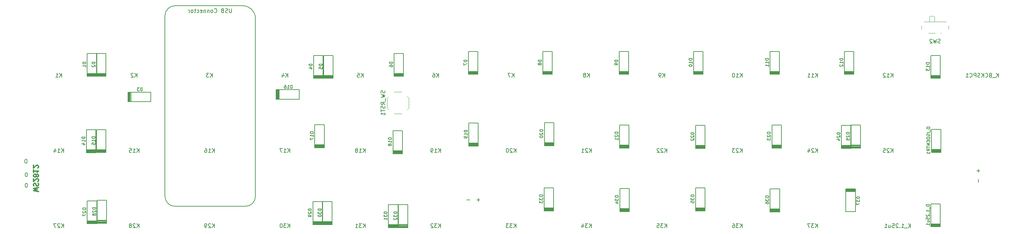
<source format=gbo>
G04 #@! TF.GenerationSoftware,KiCad,Pcbnew,(5.1.5)-3*
G04 #@! TF.CreationDate,2020-01-08T01:13:46+02:00*
G04 #@! TF.ProjectId,PRKL30,50524b4c-3330-42e6-9b69-6361645f7063,rev?*
G04 #@! TF.SameCoordinates,Original*
G04 #@! TF.FileFunction,Legend,Bot*
G04 #@! TF.FilePolarity,Positive*
%FSLAX46Y46*%
G04 Gerber Fmt 4.6, Leading zero omitted, Abs format (unit mm)*
G04 Created by KiCad (PCBNEW (5.1.5)-3) date 2020-01-08 01:13:46*
%MOMM*%
%LPD*%
G04 APERTURE LIST*
%ADD10C,0.300000*%
%ADD11C,0.150000*%
%ADD12C,0.200000*%
%ADD13C,0.120000*%
G04 APERTURE END LIST*
D10*
X56757142Y-99271428D02*
X55557142Y-98985714D01*
X56414285Y-98757142D01*
X55557142Y-98528571D01*
X56757142Y-98242857D01*
X55614285Y-97842857D02*
X55557142Y-97671428D01*
X55557142Y-97385714D01*
X55614285Y-97271428D01*
X55671428Y-97214285D01*
X55785714Y-97157142D01*
X55900000Y-97157142D01*
X56014285Y-97214285D01*
X56071428Y-97271428D01*
X56128571Y-97385714D01*
X56185714Y-97614285D01*
X56242857Y-97728571D01*
X56300000Y-97785714D01*
X56414285Y-97842857D01*
X56528571Y-97842857D01*
X56642857Y-97785714D01*
X56700000Y-97728571D01*
X56757142Y-97614285D01*
X56757142Y-97328571D01*
X56700000Y-97157142D01*
X56642857Y-96700000D02*
X56700000Y-96642857D01*
X56757142Y-96528571D01*
X56757142Y-96242857D01*
X56700000Y-96128571D01*
X56642857Y-96071428D01*
X56528571Y-96014285D01*
X56414285Y-96014285D01*
X56242857Y-96071428D01*
X55557142Y-96757142D01*
X55557142Y-96014285D01*
X56242857Y-95328571D02*
X56300000Y-95442857D01*
X56357142Y-95500000D01*
X56471428Y-95557142D01*
X56528571Y-95557142D01*
X56642857Y-95500000D01*
X56700000Y-95442857D01*
X56757142Y-95328571D01*
X56757142Y-95100000D01*
X56700000Y-94985714D01*
X56642857Y-94928571D01*
X56528571Y-94871428D01*
X56471428Y-94871428D01*
X56357142Y-94928571D01*
X56300000Y-94985714D01*
X56242857Y-95100000D01*
X56242857Y-95328571D01*
X56185714Y-95442857D01*
X56128571Y-95500000D01*
X56014285Y-95557142D01*
X55785714Y-95557142D01*
X55671428Y-95500000D01*
X55614285Y-95442857D01*
X55557142Y-95328571D01*
X55557142Y-95100000D01*
X55614285Y-94985714D01*
X55671428Y-94928571D01*
X55785714Y-94871428D01*
X56014285Y-94871428D01*
X56128571Y-94928571D01*
X56185714Y-94985714D01*
X56242857Y-95100000D01*
X55557142Y-93728571D02*
X55557142Y-94414285D01*
X55557142Y-94071428D02*
X56757142Y-94071428D01*
X56585714Y-94185714D01*
X56471428Y-94300000D01*
X56414285Y-94414285D01*
X56642857Y-93271428D02*
X56700000Y-93214285D01*
X56757142Y-93100000D01*
X56757142Y-92814285D01*
X56700000Y-92700000D01*
X56642857Y-92642857D01*
X56528571Y-92585714D01*
X56414285Y-92585714D01*
X56242857Y-92642857D01*
X55557142Y-93328571D01*
X55557142Y-92585714D01*
D11*
X111595000Y-100460000D02*
X111595000Y-55375000D01*
X108420000Y-52200000D02*
X91275000Y-52200000D01*
X88735000Y-54740000D02*
X88735000Y-100460000D01*
X91275000Y-103000000D02*
X109055000Y-103000000D01*
X108420000Y-52200000D02*
G75*
G02X111595000Y-55375000I0J-3175000D01*
G01*
X88735000Y-54740000D02*
G75*
G02X91275000Y-52200000I2540000J0D01*
G01*
X91275000Y-103000000D02*
G75*
G02X88735000Y-100460000I0J2540000D01*
G01*
X111595000Y-100460000D02*
G75*
G02X109055000Y-103000000I-2540000J0D01*
G01*
D12*
X126308000Y-64764000D02*
X126308000Y-70564000D01*
X128708000Y-64764000D02*
X126308000Y-64764000D01*
X128708000Y-70564000D02*
X128708000Y-64764000D01*
X128708000Y-70489000D02*
X126308000Y-70489000D01*
X128708000Y-70364000D02*
X126308000Y-70364000D01*
X126308000Y-70589000D02*
X128708000Y-70589000D01*
X128708000Y-70189000D02*
X126308000Y-70189000D01*
X128708000Y-70014000D02*
X126308000Y-70014000D01*
X128708000Y-69839000D02*
X126308000Y-69839000D01*
X69100000Y-64256000D02*
X69100000Y-70056000D01*
X71500000Y-64256000D02*
X69100000Y-64256000D01*
X71500000Y-70056000D02*
X71500000Y-64256000D01*
X71500000Y-69981000D02*
X69100000Y-69981000D01*
X71500000Y-69856000D02*
X69100000Y-69856000D01*
X69100000Y-70081000D02*
X71500000Y-70081000D01*
X71500000Y-69681000D02*
X69100000Y-69681000D01*
X71500000Y-69506000D02*
X69100000Y-69506000D01*
X71500000Y-69331000D02*
X69100000Y-69331000D01*
X71444000Y-64256000D02*
X71444000Y-70056000D01*
X73844000Y-64256000D02*
X71444000Y-64256000D01*
X73844000Y-70056000D02*
X73844000Y-64256000D01*
X73844000Y-69981000D02*
X71444000Y-69981000D01*
X73844000Y-69856000D02*
X71444000Y-69856000D01*
X71444000Y-70081000D02*
X73844000Y-70081000D01*
X73844000Y-69681000D02*
X71444000Y-69681000D01*
X73844000Y-69506000D02*
X71444000Y-69506000D01*
X73844000Y-69331000D02*
X71444000Y-69331000D01*
X85200000Y-74100000D02*
X79400000Y-74100000D01*
X85200000Y-76500000D02*
X85200000Y-74100000D01*
X79400000Y-76500000D02*
X85200000Y-76500000D01*
X79475000Y-76500000D02*
X79475000Y-74100000D01*
X79600000Y-76500000D02*
X79600000Y-74100000D01*
X79375000Y-74100000D02*
X79375000Y-76500000D01*
X79775000Y-76500000D02*
X79775000Y-74100000D01*
X79950000Y-76500000D02*
X79950000Y-74100000D01*
X80125000Y-76500000D02*
X80125000Y-74100000D01*
X128848000Y-64764000D02*
X128848000Y-70564000D01*
X131248000Y-64764000D02*
X128848000Y-64764000D01*
X131248000Y-70564000D02*
X131248000Y-64764000D01*
X131248000Y-70489000D02*
X128848000Y-70489000D01*
X131248000Y-70364000D02*
X128848000Y-70364000D01*
X128848000Y-70589000D02*
X131248000Y-70589000D01*
X131248000Y-70189000D02*
X128848000Y-70189000D01*
X131248000Y-70014000D02*
X128848000Y-70014000D01*
X131248000Y-69839000D02*
X128848000Y-69839000D01*
X149028000Y-69331000D02*
X146628000Y-69331000D01*
X149028000Y-69506000D02*
X146628000Y-69506000D01*
X149028000Y-69681000D02*
X146628000Y-69681000D01*
X146628000Y-70081000D02*
X149028000Y-70081000D01*
X149028000Y-69856000D02*
X146628000Y-69856000D01*
X149028000Y-69981000D02*
X146628000Y-69981000D01*
X149028000Y-70056000D02*
X149028000Y-64256000D01*
X149028000Y-64256000D02*
X146628000Y-64256000D01*
X146628000Y-64256000D02*
X146628000Y-70056000D01*
X167824000Y-68823000D02*
X165424000Y-68823000D01*
X167824000Y-68998000D02*
X165424000Y-68998000D01*
X167824000Y-69173000D02*
X165424000Y-69173000D01*
X165424000Y-69573000D02*
X167824000Y-69573000D01*
X167824000Y-69348000D02*
X165424000Y-69348000D01*
X167824000Y-69473000D02*
X165424000Y-69473000D01*
X167824000Y-69548000D02*
X167824000Y-63748000D01*
X167824000Y-63748000D02*
X165424000Y-63748000D01*
X165424000Y-63748000D02*
X165424000Y-69548000D01*
X186620000Y-68823000D02*
X184220000Y-68823000D01*
X186620000Y-68998000D02*
X184220000Y-68998000D01*
X186620000Y-69173000D02*
X184220000Y-69173000D01*
X184220000Y-69573000D02*
X186620000Y-69573000D01*
X186620000Y-69348000D02*
X184220000Y-69348000D01*
X186620000Y-69473000D02*
X184220000Y-69473000D01*
X186620000Y-69548000D02*
X186620000Y-63748000D01*
X186620000Y-63748000D02*
X184220000Y-63748000D01*
X184220000Y-63748000D02*
X184220000Y-69548000D01*
X205924000Y-68823000D02*
X203524000Y-68823000D01*
X205924000Y-68998000D02*
X203524000Y-68998000D01*
X205924000Y-69173000D02*
X203524000Y-69173000D01*
X203524000Y-69573000D02*
X205924000Y-69573000D01*
X205924000Y-69348000D02*
X203524000Y-69348000D01*
X205924000Y-69473000D02*
X203524000Y-69473000D01*
X205924000Y-69548000D02*
X205924000Y-63748000D01*
X205924000Y-63748000D02*
X203524000Y-63748000D01*
X203524000Y-63748000D02*
X203524000Y-69548000D01*
X224720000Y-68823000D02*
X222320000Y-68823000D01*
X224720000Y-68998000D02*
X222320000Y-68998000D01*
X224720000Y-69173000D02*
X222320000Y-69173000D01*
X222320000Y-69573000D02*
X224720000Y-69573000D01*
X224720000Y-69348000D02*
X222320000Y-69348000D01*
X224720000Y-69473000D02*
X222320000Y-69473000D01*
X224720000Y-69548000D02*
X224720000Y-63748000D01*
X224720000Y-63748000D02*
X222320000Y-63748000D01*
X222320000Y-63748000D02*
X222320000Y-69548000D01*
X244024000Y-68823000D02*
X241624000Y-68823000D01*
X244024000Y-68998000D02*
X241624000Y-68998000D01*
X244024000Y-69173000D02*
X241624000Y-69173000D01*
X241624000Y-69573000D02*
X244024000Y-69573000D01*
X244024000Y-69348000D02*
X241624000Y-69348000D01*
X244024000Y-69473000D02*
X241624000Y-69473000D01*
X244024000Y-69548000D02*
X244024000Y-63748000D01*
X244024000Y-63748000D02*
X241624000Y-63748000D01*
X241624000Y-63748000D02*
X241624000Y-69548000D01*
X262820000Y-68823000D02*
X260420000Y-68823000D01*
X262820000Y-68998000D02*
X260420000Y-68998000D01*
X262820000Y-69173000D02*
X260420000Y-69173000D01*
X260420000Y-69573000D02*
X262820000Y-69573000D01*
X262820000Y-69348000D02*
X260420000Y-69348000D01*
X262820000Y-69473000D02*
X260420000Y-69473000D01*
X262820000Y-69548000D02*
X262820000Y-63748000D01*
X262820000Y-63748000D02*
X260420000Y-63748000D01*
X260420000Y-63748000D02*
X260420000Y-69548000D01*
X284664000Y-69839000D02*
X282264000Y-69839000D01*
X284664000Y-70014000D02*
X282264000Y-70014000D01*
X284664000Y-70189000D02*
X282264000Y-70189000D01*
X282264000Y-70589000D02*
X284664000Y-70589000D01*
X284664000Y-70364000D02*
X282264000Y-70364000D01*
X284664000Y-70489000D02*
X282264000Y-70489000D01*
X284664000Y-70564000D02*
X284664000Y-64764000D01*
X284664000Y-64764000D02*
X282264000Y-64764000D01*
X282264000Y-64764000D02*
X282264000Y-70564000D01*
X71304000Y-88686000D02*
X68904000Y-88686000D01*
X71304000Y-88861000D02*
X68904000Y-88861000D01*
X71304000Y-89036000D02*
X68904000Y-89036000D01*
X68904000Y-89436000D02*
X71304000Y-89436000D01*
X71304000Y-89211000D02*
X68904000Y-89211000D01*
X71304000Y-89336000D02*
X68904000Y-89336000D01*
X71304000Y-89411000D02*
X71304000Y-83611000D01*
X71304000Y-83611000D02*
X68904000Y-83611000D01*
X68904000Y-83611000D02*
X68904000Y-89411000D01*
X73844000Y-88635000D02*
X71444000Y-88635000D01*
X73844000Y-88810000D02*
X71444000Y-88810000D01*
X73844000Y-88985000D02*
X71444000Y-88985000D01*
X71444000Y-89385000D02*
X73844000Y-89385000D01*
X73844000Y-89160000D02*
X71444000Y-89160000D01*
X73844000Y-89285000D02*
X71444000Y-89285000D01*
X73844000Y-89360000D02*
X73844000Y-83560000D01*
X73844000Y-83560000D02*
X71444000Y-83560000D01*
X71444000Y-83560000D02*
X71444000Y-89360000D01*
X117613000Y-75876000D02*
X117613000Y-73476000D01*
X117438000Y-75876000D02*
X117438000Y-73476000D01*
X117263000Y-75876000D02*
X117263000Y-73476000D01*
X116863000Y-73476000D02*
X116863000Y-75876000D01*
X117088000Y-75876000D02*
X117088000Y-73476000D01*
X116963000Y-75876000D02*
X116963000Y-73476000D01*
X116888000Y-75876000D02*
X122688000Y-75876000D01*
X122688000Y-75876000D02*
X122688000Y-73476000D01*
X122688000Y-73476000D02*
X116888000Y-73476000D01*
X129000000Y-87375000D02*
X126600000Y-87375000D01*
X129000000Y-87550000D02*
X126600000Y-87550000D01*
X129000000Y-87725000D02*
X126600000Y-87725000D01*
X126600000Y-88125000D02*
X129000000Y-88125000D01*
X129000000Y-87900000D02*
X126600000Y-87900000D01*
X129000000Y-88025000D02*
X126600000Y-88025000D01*
X129000000Y-88100000D02*
X129000000Y-82300000D01*
X129000000Y-82300000D02*
X126600000Y-82300000D01*
X126600000Y-82300000D02*
X126600000Y-88100000D01*
X148730000Y-88905000D02*
X146330000Y-88905000D01*
X148730000Y-89080000D02*
X146330000Y-89080000D01*
X148730000Y-89255000D02*
X146330000Y-89255000D01*
X146330000Y-89655000D02*
X148730000Y-89655000D01*
X148730000Y-89430000D02*
X146330000Y-89430000D01*
X148730000Y-89555000D02*
X146330000Y-89555000D01*
X148730000Y-89630000D02*
X148730000Y-83830000D01*
X148730000Y-83830000D02*
X146330000Y-83830000D01*
X146330000Y-83830000D02*
X146330000Y-89630000D01*
X167900000Y-86975000D02*
X165500000Y-86975000D01*
X167900000Y-87150000D02*
X165500000Y-87150000D01*
X167900000Y-87325000D02*
X165500000Y-87325000D01*
X165500000Y-87725000D02*
X167900000Y-87725000D01*
X167900000Y-87500000D02*
X165500000Y-87500000D01*
X167900000Y-87625000D02*
X165500000Y-87625000D01*
X167900000Y-87700000D02*
X167900000Y-81900000D01*
X167900000Y-81900000D02*
X165500000Y-81900000D01*
X165500000Y-81900000D02*
X165500000Y-87700000D01*
X187000000Y-86875000D02*
X184600000Y-86875000D01*
X187000000Y-87050000D02*
X184600000Y-87050000D01*
X187000000Y-87225000D02*
X184600000Y-87225000D01*
X184600000Y-87625000D02*
X187000000Y-87625000D01*
X187000000Y-87400000D02*
X184600000Y-87400000D01*
X187000000Y-87525000D02*
X184600000Y-87525000D01*
X187000000Y-87600000D02*
X187000000Y-81800000D01*
X187000000Y-81800000D02*
X184600000Y-81800000D01*
X184600000Y-81800000D02*
X184600000Y-87600000D01*
X203600000Y-82400000D02*
X203600000Y-88200000D01*
X206000000Y-82400000D02*
X203600000Y-82400000D01*
X206000000Y-88200000D02*
X206000000Y-82400000D01*
X206000000Y-88125000D02*
X203600000Y-88125000D01*
X206000000Y-88000000D02*
X203600000Y-88000000D01*
X203600000Y-88225000D02*
X206000000Y-88225000D01*
X206000000Y-87825000D02*
X203600000Y-87825000D01*
X206000000Y-87650000D02*
X203600000Y-87650000D01*
X206000000Y-87475000D02*
X203600000Y-87475000D01*
X222800000Y-82500000D02*
X222800000Y-88300000D01*
X225200000Y-82500000D02*
X222800000Y-82500000D01*
X225200000Y-88300000D02*
X225200000Y-82500000D01*
X225200000Y-88225000D02*
X222800000Y-88225000D01*
X225200000Y-88100000D02*
X222800000Y-88100000D01*
X222800000Y-88325000D02*
X225200000Y-88325000D01*
X225200000Y-87925000D02*
X222800000Y-87925000D01*
X225200000Y-87750000D02*
X222800000Y-87750000D01*
X225200000Y-87575000D02*
X222800000Y-87575000D01*
X242100000Y-82400000D02*
X242100000Y-88200000D01*
X244500000Y-82400000D02*
X242100000Y-82400000D01*
X244500000Y-88200000D02*
X244500000Y-82400000D01*
X244500000Y-88125000D02*
X242100000Y-88125000D01*
X244500000Y-88000000D02*
X242100000Y-88000000D01*
X242100000Y-88225000D02*
X244500000Y-88225000D01*
X244500000Y-87825000D02*
X242100000Y-87825000D01*
X244500000Y-87650000D02*
X242100000Y-87650000D01*
X244500000Y-87475000D02*
X242100000Y-87475000D01*
X259680000Y-82510000D02*
X259680000Y-88310000D01*
X262080000Y-82510000D02*
X259680000Y-82510000D01*
X262080000Y-88310000D02*
X262080000Y-82510000D01*
X262080000Y-88235000D02*
X259680000Y-88235000D01*
X262080000Y-88110000D02*
X259680000Y-88110000D01*
X259680000Y-88335000D02*
X262080000Y-88335000D01*
X262080000Y-87935000D02*
X259680000Y-87935000D01*
X262080000Y-87760000D02*
X259680000Y-87760000D01*
X262080000Y-87585000D02*
X259680000Y-87585000D01*
X262060000Y-82450000D02*
X262060000Y-88250000D01*
X264460000Y-82450000D02*
X262060000Y-82450000D01*
X264460000Y-88250000D02*
X264460000Y-82450000D01*
X264460000Y-88175000D02*
X262060000Y-88175000D01*
X264460000Y-88050000D02*
X262060000Y-88050000D01*
X262060000Y-88275000D02*
X264460000Y-88275000D01*
X264460000Y-87875000D02*
X262060000Y-87875000D01*
X264460000Y-87700000D02*
X262060000Y-87700000D01*
X264460000Y-87525000D02*
X262060000Y-87525000D01*
X69100000Y-101600000D02*
X69100000Y-107400000D01*
X71500000Y-101600000D02*
X69100000Y-101600000D01*
X71500000Y-107400000D02*
X71500000Y-101600000D01*
X71500000Y-107325000D02*
X69100000Y-107325000D01*
X71500000Y-107200000D02*
X69100000Y-107200000D01*
X69100000Y-107425000D02*
X71500000Y-107425000D01*
X71500000Y-107025000D02*
X69100000Y-107025000D01*
X71500000Y-106850000D02*
X69100000Y-106850000D01*
X71500000Y-106675000D02*
X69100000Y-106675000D01*
X71600000Y-101500000D02*
X71600000Y-107300000D01*
X74000000Y-101500000D02*
X71600000Y-101500000D01*
X74000000Y-107300000D02*
X74000000Y-101500000D01*
X74000000Y-107225000D02*
X71600000Y-107225000D01*
X74000000Y-107100000D02*
X71600000Y-107100000D01*
X71600000Y-107325000D02*
X74000000Y-107325000D01*
X74000000Y-106925000D02*
X71600000Y-106925000D01*
X74000000Y-106750000D02*
X71600000Y-106750000D01*
X74000000Y-106575000D02*
X71600000Y-106575000D01*
X126100000Y-101800000D02*
X126100000Y-107600000D01*
X128500000Y-101800000D02*
X126100000Y-101800000D01*
X128500000Y-107600000D02*
X128500000Y-101800000D01*
X128500000Y-107525000D02*
X126100000Y-107525000D01*
X128500000Y-107400000D02*
X126100000Y-107400000D01*
X126100000Y-107625000D02*
X128500000Y-107625000D01*
X128500000Y-107225000D02*
X126100000Y-107225000D01*
X128500000Y-107050000D02*
X126100000Y-107050000D01*
X128500000Y-106875000D02*
X126100000Y-106875000D01*
X128600000Y-101800000D02*
X128600000Y-107600000D01*
X131000000Y-101800000D02*
X128600000Y-101800000D01*
X131000000Y-107600000D02*
X131000000Y-101800000D01*
X131000000Y-107525000D02*
X128600000Y-107525000D01*
X131000000Y-107400000D02*
X128600000Y-107400000D01*
X128600000Y-107625000D02*
X131000000Y-107625000D01*
X131000000Y-107225000D02*
X128600000Y-107225000D01*
X131000000Y-107050000D02*
X128600000Y-107050000D01*
X131000000Y-106875000D02*
X128600000Y-106875000D01*
X145220000Y-102580000D02*
X145220000Y-108380000D01*
X147620000Y-102580000D02*
X145220000Y-102580000D01*
X147620000Y-108380000D02*
X147620000Y-102580000D01*
X147620000Y-108305000D02*
X145220000Y-108305000D01*
X147620000Y-108180000D02*
X145220000Y-108180000D01*
X145220000Y-108405000D02*
X147620000Y-108405000D01*
X147620000Y-108005000D02*
X145220000Y-108005000D01*
X147620000Y-107830000D02*
X145220000Y-107830000D01*
X147620000Y-107655000D02*
X145220000Y-107655000D01*
X147730000Y-102600000D02*
X147730000Y-108400000D01*
X150130000Y-102600000D02*
X147730000Y-102600000D01*
X150130000Y-108400000D02*
X150130000Y-102600000D01*
X150130000Y-108325000D02*
X147730000Y-108325000D01*
X150130000Y-108200000D02*
X147730000Y-108200000D01*
X147730000Y-108425000D02*
X150130000Y-108425000D01*
X150130000Y-108025000D02*
X147730000Y-108025000D01*
X150130000Y-107850000D02*
X147730000Y-107850000D01*
X150130000Y-107675000D02*
X147730000Y-107675000D01*
X184540000Y-98310000D02*
X184540000Y-104110000D01*
X186940000Y-98310000D02*
X184540000Y-98310000D01*
X186940000Y-104110000D02*
X186940000Y-98310000D01*
X186940000Y-104035000D02*
X184540000Y-104035000D01*
X186940000Y-103910000D02*
X184540000Y-103910000D01*
X184540000Y-104135000D02*
X186940000Y-104135000D01*
X186940000Y-103735000D02*
X184540000Y-103735000D01*
X186940000Y-103560000D02*
X184540000Y-103560000D01*
X186940000Y-103385000D02*
X184540000Y-103385000D01*
X203670000Y-98480000D02*
X203670000Y-104280000D01*
X206070000Y-98480000D02*
X203670000Y-98480000D01*
X206070000Y-104280000D02*
X206070000Y-98480000D01*
X206070000Y-104205000D02*
X203670000Y-104205000D01*
X206070000Y-104080000D02*
X203670000Y-104080000D01*
X203670000Y-104305000D02*
X206070000Y-104305000D01*
X206070000Y-103905000D02*
X203670000Y-103905000D01*
X206070000Y-103730000D02*
X203670000Y-103730000D01*
X206070000Y-103555000D02*
X203670000Y-103555000D01*
X222800000Y-98310000D02*
X222800000Y-104110000D01*
X225200000Y-98310000D02*
X222800000Y-98310000D01*
X225200000Y-104110000D02*
X225200000Y-98310000D01*
X225200000Y-104035000D02*
X222800000Y-104035000D01*
X225200000Y-103910000D02*
X222800000Y-103910000D01*
X222800000Y-104135000D02*
X225200000Y-104135000D01*
X225200000Y-103735000D02*
X222800000Y-103735000D01*
X225200000Y-103560000D02*
X222800000Y-103560000D01*
X225200000Y-103385000D02*
X222800000Y-103385000D01*
X244050000Y-103635000D02*
X241650000Y-103635000D01*
X244050000Y-103810000D02*
X241650000Y-103810000D01*
X244050000Y-103985000D02*
X241650000Y-103985000D01*
X241650000Y-104385000D02*
X244050000Y-104385000D01*
X244050000Y-104160000D02*
X241650000Y-104160000D01*
X244050000Y-104285000D02*
X241650000Y-104285000D01*
X244050000Y-104360000D02*
X244050000Y-98560000D01*
X244050000Y-98560000D02*
X241650000Y-98560000D01*
X241650000Y-98560000D02*
X241650000Y-104360000D01*
X260780000Y-99290000D02*
X263180000Y-99290000D01*
X260780000Y-99115000D02*
X263180000Y-99115000D01*
X260780000Y-98940000D02*
X263180000Y-98940000D01*
X263180000Y-98540000D02*
X260780000Y-98540000D01*
X260780000Y-98765000D02*
X263180000Y-98765000D01*
X260780000Y-98640000D02*
X263180000Y-98640000D01*
X260780000Y-98565000D02*
X260780000Y-104365000D01*
X260780000Y-104365000D02*
X263180000Y-104365000D01*
X263180000Y-104365000D02*
X263180000Y-98565000D01*
X284664000Y-107431000D02*
X282264000Y-107431000D01*
X284664000Y-107606000D02*
X282264000Y-107606000D01*
X284664000Y-107781000D02*
X282264000Y-107781000D01*
X282264000Y-108181000D02*
X284664000Y-108181000D01*
X284664000Y-107956000D02*
X282264000Y-107956000D01*
X284664000Y-108081000D02*
X282264000Y-108081000D01*
X284664000Y-108156000D02*
X284664000Y-102356000D01*
X284664000Y-102356000D02*
X282264000Y-102356000D01*
X282264000Y-102356000D02*
X282264000Y-108156000D01*
D13*
X149900000Y-75100000D02*
X150350000Y-75550000D01*
X149900000Y-78500000D02*
X150350000Y-78050000D01*
X145300000Y-78500000D02*
X144850000Y-78050000D01*
X145300000Y-75100000D02*
X144850000Y-75550000D01*
X146600000Y-79550000D02*
X148600000Y-79550000D01*
X150350000Y-75550000D02*
X150350000Y-78050000D01*
X146600000Y-74050000D02*
X148600000Y-74050000D01*
X144850000Y-75550000D02*
X144850000Y-78050000D01*
D12*
X284800000Y-88575000D02*
X282400000Y-88575000D01*
X284800000Y-88750000D02*
X282400000Y-88750000D01*
X284800000Y-88925000D02*
X282400000Y-88925000D01*
X282400000Y-89325000D02*
X284800000Y-89325000D01*
X284800000Y-89100000D02*
X282400000Y-89100000D01*
X284800000Y-89225000D02*
X282400000Y-89225000D01*
X284800000Y-89300000D02*
X284800000Y-83500000D01*
X284800000Y-83500000D02*
X282400000Y-83500000D01*
X282400000Y-83500000D02*
X282400000Y-89300000D01*
D13*
X284700000Y-59120000D02*
X284900000Y-59120000D01*
X281900000Y-54980000D02*
X282100000Y-54770000D01*
X283200000Y-54980000D02*
X283000000Y-54770000D01*
X281900000Y-56270000D02*
X281900000Y-54980000D01*
X282100000Y-54770000D02*
X283000000Y-54770000D01*
X283200000Y-54980000D02*
X283200000Y-56270000D01*
X280450000Y-56270000D02*
X286150000Y-56270000D01*
X281700000Y-59120000D02*
X283400000Y-59120000D01*
X279850000Y-58070000D02*
X279850000Y-57280000D01*
X286750000Y-57280000D02*
X286750000Y-58070000D01*
D11*
X105569761Y-52922380D02*
X105569761Y-53731904D01*
X105522142Y-53827142D01*
X105474523Y-53874761D01*
X105379285Y-53922380D01*
X105188809Y-53922380D01*
X105093571Y-53874761D01*
X105045952Y-53827142D01*
X104998333Y-53731904D01*
X104998333Y-52922380D01*
X104569761Y-53874761D02*
X104426904Y-53922380D01*
X104188809Y-53922380D01*
X104093571Y-53874761D01*
X104045952Y-53827142D01*
X103998333Y-53731904D01*
X103998333Y-53636666D01*
X104045952Y-53541428D01*
X104093571Y-53493809D01*
X104188809Y-53446190D01*
X104379285Y-53398571D01*
X104474523Y-53350952D01*
X104522142Y-53303333D01*
X104569761Y-53208095D01*
X104569761Y-53112857D01*
X104522142Y-53017619D01*
X104474523Y-52970000D01*
X104379285Y-52922380D01*
X104141190Y-52922380D01*
X103998333Y-52970000D01*
X103236428Y-53398571D02*
X103093571Y-53446190D01*
X103045952Y-53493809D01*
X102998333Y-53589047D01*
X102998333Y-53731904D01*
X103045952Y-53827142D01*
X103093571Y-53874761D01*
X103188809Y-53922380D01*
X103569761Y-53922380D01*
X103569761Y-52922380D01*
X103236428Y-52922380D01*
X103141190Y-52970000D01*
X103093571Y-53017619D01*
X103045952Y-53112857D01*
X103045952Y-53208095D01*
X103093571Y-53303333D01*
X103141190Y-53350952D01*
X103236428Y-53398571D01*
X103569761Y-53398571D01*
X101236428Y-53827142D02*
X101284047Y-53874761D01*
X101426904Y-53922380D01*
X101522142Y-53922380D01*
X101665000Y-53874761D01*
X101760238Y-53779523D01*
X101807857Y-53684285D01*
X101855476Y-53493809D01*
X101855476Y-53350952D01*
X101807857Y-53160476D01*
X101760238Y-53065238D01*
X101665000Y-52970000D01*
X101522142Y-52922380D01*
X101426904Y-52922380D01*
X101284047Y-52970000D01*
X101236428Y-53017619D01*
X100665000Y-53922380D02*
X100760238Y-53874761D01*
X100807857Y-53827142D01*
X100855476Y-53731904D01*
X100855476Y-53446190D01*
X100807857Y-53350952D01*
X100760238Y-53303333D01*
X100665000Y-53255714D01*
X100522142Y-53255714D01*
X100426904Y-53303333D01*
X100379285Y-53350952D01*
X100331666Y-53446190D01*
X100331666Y-53731904D01*
X100379285Y-53827142D01*
X100426904Y-53874761D01*
X100522142Y-53922380D01*
X100665000Y-53922380D01*
X99903095Y-53255714D02*
X99903095Y-53922380D01*
X99903095Y-53350952D02*
X99855476Y-53303333D01*
X99760238Y-53255714D01*
X99617380Y-53255714D01*
X99522142Y-53303333D01*
X99474523Y-53398571D01*
X99474523Y-53922380D01*
X98998333Y-53255714D02*
X98998333Y-53922380D01*
X98998333Y-53350952D02*
X98950714Y-53303333D01*
X98855476Y-53255714D01*
X98712619Y-53255714D01*
X98617380Y-53303333D01*
X98569761Y-53398571D01*
X98569761Y-53922380D01*
X97712619Y-53874761D02*
X97807857Y-53922380D01*
X97998333Y-53922380D01*
X98093571Y-53874761D01*
X98141190Y-53779523D01*
X98141190Y-53398571D01*
X98093571Y-53303333D01*
X97998333Y-53255714D01*
X97807857Y-53255714D01*
X97712619Y-53303333D01*
X97665000Y-53398571D01*
X97665000Y-53493809D01*
X98141190Y-53589047D01*
X96807857Y-53874761D02*
X96903095Y-53922380D01*
X97093571Y-53922380D01*
X97188809Y-53874761D01*
X97236428Y-53827142D01*
X97284047Y-53731904D01*
X97284047Y-53446190D01*
X97236428Y-53350952D01*
X97188809Y-53303333D01*
X97093571Y-53255714D01*
X96903095Y-53255714D01*
X96807857Y-53303333D01*
X96522142Y-53255714D02*
X96141190Y-53255714D01*
X96379285Y-52922380D02*
X96379285Y-53779523D01*
X96331666Y-53874761D01*
X96236428Y-53922380D01*
X96141190Y-53922380D01*
X95665000Y-53922380D02*
X95760238Y-53874761D01*
X95807857Y-53827142D01*
X95855476Y-53731904D01*
X95855476Y-53446190D01*
X95807857Y-53350952D01*
X95760238Y-53303333D01*
X95665000Y-53255714D01*
X95522142Y-53255714D01*
X95426904Y-53303333D01*
X95379285Y-53350952D01*
X95331666Y-53446190D01*
X95331666Y-53731904D01*
X95379285Y-53827142D01*
X95426904Y-53874761D01*
X95522142Y-53922380D01*
X95665000Y-53922380D01*
X94903095Y-53922380D02*
X94903095Y-53255714D01*
X94903095Y-53446190D02*
X94855476Y-53350952D01*
X94807857Y-53303333D01*
X94712619Y-53255714D01*
X94617380Y-53255714D01*
X125944904Y-66973523D02*
X125144904Y-66973523D01*
X125144904Y-67164000D01*
X125183000Y-67278285D01*
X125259190Y-67354476D01*
X125335380Y-67392571D01*
X125487761Y-67430666D01*
X125602047Y-67430666D01*
X125754428Y-67392571D01*
X125830619Y-67354476D01*
X125906809Y-67278285D01*
X125944904Y-67164000D01*
X125944904Y-66973523D01*
X125411571Y-68116380D02*
X125944904Y-68116380D01*
X125106809Y-67925904D02*
X125678238Y-67735428D01*
X125678238Y-68230666D01*
X68736904Y-66465523D02*
X67936904Y-66465523D01*
X67936904Y-66656000D01*
X67975000Y-66770285D01*
X68051190Y-66846476D01*
X68127380Y-66884571D01*
X68279761Y-66922666D01*
X68394047Y-66922666D01*
X68546428Y-66884571D01*
X68622619Y-66846476D01*
X68698809Y-66770285D01*
X68736904Y-66656000D01*
X68736904Y-66465523D01*
X68736904Y-67684571D02*
X68736904Y-67227428D01*
X68736904Y-67456000D02*
X67936904Y-67456000D01*
X68051190Y-67379809D01*
X68127380Y-67303619D01*
X68165476Y-67227428D01*
X71080904Y-66465523D02*
X70280904Y-66465523D01*
X70280904Y-66656000D01*
X70319000Y-66770285D01*
X70395190Y-66846476D01*
X70471380Y-66884571D01*
X70623761Y-66922666D01*
X70738047Y-66922666D01*
X70890428Y-66884571D01*
X70966619Y-66846476D01*
X71042809Y-66770285D01*
X71080904Y-66656000D01*
X71080904Y-66465523D01*
X70357095Y-67227428D02*
X70319000Y-67265523D01*
X70280904Y-67341714D01*
X70280904Y-67532190D01*
X70319000Y-67608380D01*
X70357095Y-67646476D01*
X70433285Y-67684571D01*
X70509476Y-67684571D01*
X70623761Y-67646476D01*
X71080904Y-67189333D01*
X71080904Y-67684571D01*
X82990476Y-73736904D02*
X82990476Y-72936904D01*
X82800000Y-72936904D01*
X82685714Y-72975000D01*
X82609523Y-73051190D01*
X82571428Y-73127380D01*
X82533333Y-73279761D01*
X82533333Y-73394047D01*
X82571428Y-73546428D01*
X82609523Y-73622619D01*
X82685714Y-73698809D01*
X82800000Y-73736904D01*
X82990476Y-73736904D01*
X82266666Y-72936904D02*
X81771428Y-72936904D01*
X82038095Y-73241666D01*
X81923809Y-73241666D01*
X81847619Y-73279761D01*
X81809523Y-73317857D01*
X81771428Y-73394047D01*
X81771428Y-73584523D01*
X81809523Y-73660714D01*
X81847619Y-73698809D01*
X81923809Y-73736904D01*
X82152380Y-73736904D01*
X82228571Y-73698809D01*
X82266666Y-73660714D01*
X128484904Y-66973523D02*
X127684904Y-66973523D01*
X127684904Y-67164000D01*
X127723000Y-67278285D01*
X127799190Y-67354476D01*
X127875380Y-67392571D01*
X128027761Y-67430666D01*
X128142047Y-67430666D01*
X128294428Y-67392571D01*
X128370619Y-67354476D01*
X128446809Y-67278285D01*
X128484904Y-67164000D01*
X128484904Y-66973523D01*
X127684904Y-68154476D02*
X127684904Y-67773523D01*
X128065857Y-67735428D01*
X128027761Y-67773523D01*
X127989666Y-67849714D01*
X127989666Y-68040190D01*
X128027761Y-68116380D01*
X128065857Y-68154476D01*
X128142047Y-68192571D01*
X128332523Y-68192571D01*
X128408714Y-68154476D01*
X128446809Y-68116380D01*
X128484904Y-68040190D01*
X128484904Y-67849714D01*
X128446809Y-67773523D01*
X128408714Y-67735428D01*
X146264904Y-66465523D02*
X145464904Y-66465523D01*
X145464904Y-66656000D01*
X145503000Y-66770285D01*
X145579190Y-66846476D01*
X145655380Y-66884571D01*
X145807761Y-66922666D01*
X145922047Y-66922666D01*
X146074428Y-66884571D01*
X146150619Y-66846476D01*
X146226809Y-66770285D01*
X146264904Y-66656000D01*
X146264904Y-66465523D01*
X145464904Y-67608380D02*
X145464904Y-67456000D01*
X145503000Y-67379809D01*
X145541095Y-67341714D01*
X145655380Y-67265523D01*
X145807761Y-67227428D01*
X146112523Y-67227428D01*
X146188714Y-67265523D01*
X146226809Y-67303619D01*
X146264904Y-67379809D01*
X146264904Y-67532190D01*
X146226809Y-67608380D01*
X146188714Y-67646476D01*
X146112523Y-67684571D01*
X145922047Y-67684571D01*
X145845857Y-67646476D01*
X145807761Y-67608380D01*
X145769666Y-67532190D01*
X145769666Y-67379809D01*
X145807761Y-67303619D01*
X145845857Y-67265523D01*
X145922047Y-67227428D01*
X165060904Y-65957523D02*
X164260904Y-65957523D01*
X164260904Y-66148000D01*
X164299000Y-66262285D01*
X164375190Y-66338476D01*
X164451380Y-66376571D01*
X164603761Y-66414666D01*
X164718047Y-66414666D01*
X164870428Y-66376571D01*
X164946619Y-66338476D01*
X165022809Y-66262285D01*
X165060904Y-66148000D01*
X165060904Y-65957523D01*
X164260904Y-66681333D02*
X164260904Y-67214666D01*
X165060904Y-66871809D01*
X183856904Y-65957523D02*
X183056904Y-65957523D01*
X183056904Y-66148000D01*
X183095000Y-66262285D01*
X183171190Y-66338476D01*
X183247380Y-66376571D01*
X183399761Y-66414666D01*
X183514047Y-66414666D01*
X183666428Y-66376571D01*
X183742619Y-66338476D01*
X183818809Y-66262285D01*
X183856904Y-66148000D01*
X183856904Y-65957523D01*
X183399761Y-66871809D02*
X183361666Y-66795619D01*
X183323571Y-66757523D01*
X183247380Y-66719428D01*
X183209285Y-66719428D01*
X183133095Y-66757523D01*
X183095000Y-66795619D01*
X183056904Y-66871809D01*
X183056904Y-67024190D01*
X183095000Y-67100380D01*
X183133095Y-67138476D01*
X183209285Y-67176571D01*
X183247380Y-67176571D01*
X183323571Y-67138476D01*
X183361666Y-67100380D01*
X183399761Y-67024190D01*
X183399761Y-66871809D01*
X183437857Y-66795619D01*
X183475952Y-66757523D01*
X183552142Y-66719428D01*
X183704523Y-66719428D01*
X183780714Y-66757523D01*
X183818809Y-66795619D01*
X183856904Y-66871809D01*
X183856904Y-67024190D01*
X183818809Y-67100380D01*
X183780714Y-67138476D01*
X183704523Y-67176571D01*
X183552142Y-67176571D01*
X183475952Y-67138476D01*
X183437857Y-67100380D01*
X183399761Y-67024190D01*
X203160904Y-65957523D02*
X202360904Y-65957523D01*
X202360904Y-66148000D01*
X202399000Y-66262285D01*
X202475190Y-66338476D01*
X202551380Y-66376571D01*
X202703761Y-66414666D01*
X202818047Y-66414666D01*
X202970428Y-66376571D01*
X203046619Y-66338476D01*
X203122809Y-66262285D01*
X203160904Y-66148000D01*
X203160904Y-65957523D01*
X203160904Y-66795619D02*
X203160904Y-66948000D01*
X203122809Y-67024190D01*
X203084714Y-67062285D01*
X202970428Y-67138476D01*
X202818047Y-67176571D01*
X202513285Y-67176571D01*
X202437095Y-67138476D01*
X202399000Y-67100380D01*
X202360904Y-67024190D01*
X202360904Y-66871809D01*
X202399000Y-66795619D01*
X202437095Y-66757523D01*
X202513285Y-66719428D01*
X202703761Y-66719428D01*
X202779952Y-66757523D01*
X202818047Y-66795619D01*
X202856142Y-66871809D01*
X202856142Y-67024190D01*
X202818047Y-67100380D01*
X202779952Y-67138476D01*
X202703761Y-67176571D01*
X221956904Y-65576571D02*
X221156904Y-65576571D01*
X221156904Y-65767047D01*
X221195000Y-65881333D01*
X221271190Y-65957523D01*
X221347380Y-65995619D01*
X221499761Y-66033714D01*
X221614047Y-66033714D01*
X221766428Y-65995619D01*
X221842619Y-65957523D01*
X221918809Y-65881333D01*
X221956904Y-65767047D01*
X221956904Y-65576571D01*
X221956904Y-66795619D02*
X221956904Y-66338476D01*
X221956904Y-66567047D02*
X221156904Y-66567047D01*
X221271190Y-66490857D01*
X221347380Y-66414666D01*
X221385476Y-66338476D01*
X221156904Y-67290857D02*
X221156904Y-67367047D01*
X221195000Y-67443238D01*
X221233095Y-67481333D01*
X221309285Y-67519428D01*
X221461666Y-67557523D01*
X221652142Y-67557523D01*
X221804523Y-67519428D01*
X221880714Y-67481333D01*
X221918809Y-67443238D01*
X221956904Y-67367047D01*
X221956904Y-67290857D01*
X221918809Y-67214666D01*
X221880714Y-67176571D01*
X221804523Y-67138476D01*
X221652142Y-67100380D01*
X221461666Y-67100380D01*
X221309285Y-67138476D01*
X221233095Y-67176571D01*
X221195000Y-67214666D01*
X221156904Y-67290857D01*
X241260904Y-65576571D02*
X240460904Y-65576571D01*
X240460904Y-65767047D01*
X240499000Y-65881333D01*
X240575190Y-65957523D01*
X240651380Y-65995619D01*
X240803761Y-66033714D01*
X240918047Y-66033714D01*
X241070428Y-65995619D01*
X241146619Y-65957523D01*
X241222809Y-65881333D01*
X241260904Y-65767047D01*
X241260904Y-65576571D01*
X241260904Y-66795619D02*
X241260904Y-66338476D01*
X241260904Y-66567047D02*
X240460904Y-66567047D01*
X240575190Y-66490857D01*
X240651380Y-66414666D01*
X240689476Y-66338476D01*
X241260904Y-67557523D02*
X241260904Y-67100380D01*
X241260904Y-67328952D02*
X240460904Y-67328952D01*
X240575190Y-67252761D01*
X240651380Y-67176571D01*
X240689476Y-67100380D01*
X260056904Y-65576571D02*
X259256904Y-65576571D01*
X259256904Y-65767047D01*
X259295000Y-65881333D01*
X259371190Y-65957523D01*
X259447380Y-65995619D01*
X259599761Y-66033714D01*
X259714047Y-66033714D01*
X259866428Y-65995619D01*
X259942619Y-65957523D01*
X260018809Y-65881333D01*
X260056904Y-65767047D01*
X260056904Y-65576571D01*
X260056904Y-66795619D02*
X260056904Y-66338476D01*
X260056904Y-66567047D02*
X259256904Y-66567047D01*
X259371190Y-66490857D01*
X259447380Y-66414666D01*
X259485476Y-66338476D01*
X259333095Y-67100380D02*
X259295000Y-67138476D01*
X259256904Y-67214666D01*
X259256904Y-67405142D01*
X259295000Y-67481333D01*
X259333095Y-67519428D01*
X259409285Y-67557523D01*
X259485476Y-67557523D01*
X259599761Y-67519428D01*
X260056904Y-67062285D01*
X260056904Y-67557523D01*
X281900904Y-66592571D02*
X281100904Y-66592571D01*
X281100904Y-66783047D01*
X281139000Y-66897333D01*
X281215190Y-66973523D01*
X281291380Y-67011619D01*
X281443761Y-67049714D01*
X281558047Y-67049714D01*
X281710428Y-67011619D01*
X281786619Y-66973523D01*
X281862809Y-66897333D01*
X281900904Y-66783047D01*
X281900904Y-66592571D01*
X281900904Y-67811619D02*
X281900904Y-67354476D01*
X281900904Y-67583047D02*
X281100904Y-67583047D01*
X281215190Y-67506857D01*
X281291380Y-67430666D01*
X281329476Y-67354476D01*
X281100904Y-68078285D02*
X281100904Y-68573523D01*
X281405666Y-68306857D01*
X281405666Y-68421142D01*
X281443761Y-68497333D01*
X281481857Y-68535428D01*
X281558047Y-68573523D01*
X281748523Y-68573523D01*
X281824714Y-68535428D01*
X281862809Y-68497333D01*
X281900904Y-68421142D01*
X281900904Y-68192571D01*
X281862809Y-68116380D01*
X281824714Y-68078285D01*
X68540904Y-85439571D02*
X67740904Y-85439571D01*
X67740904Y-85630047D01*
X67779000Y-85744333D01*
X67855190Y-85820523D01*
X67931380Y-85858619D01*
X68083761Y-85896714D01*
X68198047Y-85896714D01*
X68350428Y-85858619D01*
X68426619Y-85820523D01*
X68502809Y-85744333D01*
X68540904Y-85630047D01*
X68540904Y-85439571D01*
X68540904Y-86658619D02*
X68540904Y-86201476D01*
X68540904Y-86430047D02*
X67740904Y-86430047D01*
X67855190Y-86353857D01*
X67931380Y-86277666D01*
X67969476Y-86201476D01*
X68007571Y-87344333D02*
X68540904Y-87344333D01*
X67702809Y-87153857D02*
X68274238Y-86963380D01*
X68274238Y-87458619D01*
X71080904Y-85388571D02*
X70280904Y-85388571D01*
X70280904Y-85579047D01*
X70319000Y-85693333D01*
X70395190Y-85769523D01*
X70471380Y-85807619D01*
X70623761Y-85845714D01*
X70738047Y-85845714D01*
X70890428Y-85807619D01*
X70966619Y-85769523D01*
X71042809Y-85693333D01*
X71080904Y-85579047D01*
X71080904Y-85388571D01*
X71080904Y-86607619D02*
X71080904Y-86150476D01*
X71080904Y-86379047D02*
X70280904Y-86379047D01*
X70395190Y-86302857D01*
X70471380Y-86226666D01*
X70509476Y-86150476D01*
X70280904Y-87331428D02*
X70280904Y-86950476D01*
X70661857Y-86912380D01*
X70623761Y-86950476D01*
X70585666Y-87026666D01*
X70585666Y-87217142D01*
X70623761Y-87293333D01*
X70661857Y-87331428D01*
X70738047Y-87369523D01*
X70928523Y-87369523D01*
X71004714Y-87331428D01*
X71042809Y-87293333D01*
X71080904Y-87217142D01*
X71080904Y-87026666D01*
X71042809Y-86950476D01*
X71004714Y-86912380D01*
X120859428Y-73112904D02*
X120859428Y-72312904D01*
X120668952Y-72312904D01*
X120554666Y-72351000D01*
X120478476Y-72427190D01*
X120440380Y-72503380D01*
X120402285Y-72655761D01*
X120402285Y-72770047D01*
X120440380Y-72922428D01*
X120478476Y-72998619D01*
X120554666Y-73074809D01*
X120668952Y-73112904D01*
X120859428Y-73112904D01*
X119640380Y-73112904D02*
X120097523Y-73112904D01*
X119868952Y-73112904D02*
X119868952Y-72312904D01*
X119945142Y-72427190D01*
X120021333Y-72503380D01*
X120097523Y-72541476D01*
X118954666Y-72312904D02*
X119107047Y-72312904D01*
X119183238Y-72351000D01*
X119221333Y-72389095D01*
X119297523Y-72503380D01*
X119335619Y-72655761D01*
X119335619Y-72960523D01*
X119297523Y-73036714D01*
X119259428Y-73074809D01*
X119183238Y-73112904D01*
X119030857Y-73112904D01*
X118954666Y-73074809D01*
X118916571Y-73036714D01*
X118878476Y-72960523D01*
X118878476Y-72770047D01*
X118916571Y-72693857D01*
X118954666Y-72655761D01*
X119030857Y-72617666D01*
X119183238Y-72617666D01*
X119259428Y-72655761D01*
X119297523Y-72693857D01*
X119335619Y-72770047D01*
X126236904Y-84128571D02*
X125436904Y-84128571D01*
X125436904Y-84319047D01*
X125475000Y-84433333D01*
X125551190Y-84509523D01*
X125627380Y-84547619D01*
X125779761Y-84585714D01*
X125894047Y-84585714D01*
X126046428Y-84547619D01*
X126122619Y-84509523D01*
X126198809Y-84433333D01*
X126236904Y-84319047D01*
X126236904Y-84128571D01*
X126236904Y-85347619D02*
X126236904Y-84890476D01*
X126236904Y-85119047D02*
X125436904Y-85119047D01*
X125551190Y-85042857D01*
X125627380Y-84966666D01*
X125665476Y-84890476D01*
X125436904Y-85614285D02*
X125436904Y-86147619D01*
X126236904Y-85804761D01*
X145966904Y-85658571D02*
X145166904Y-85658571D01*
X145166904Y-85849047D01*
X145205000Y-85963333D01*
X145281190Y-86039523D01*
X145357380Y-86077619D01*
X145509761Y-86115714D01*
X145624047Y-86115714D01*
X145776428Y-86077619D01*
X145852619Y-86039523D01*
X145928809Y-85963333D01*
X145966904Y-85849047D01*
X145966904Y-85658571D01*
X145966904Y-86877619D02*
X145966904Y-86420476D01*
X145966904Y-86649047D02*
X145166904Y-86649047D01*
X145281190Y-86572857D01*
X145357380Y-86496666D01*
X145395476Y-86420476D01*
X145509761Y-87334761D02*
X145471666Y-87258571D01*
X145433571Y-87220476D01*
X145357380Y-87182380D01*
X145319285Y-87182380D01*
X145243095Y-87220476D01*
X145205000Y-87258571D01*
X145166904Y-87334761D01*
X145166904Y-87487142D01*
X145205000Y-87563333D01*
X145243095Y-87601428D01*
X145319285Y-87639523D01*
X145357380Y-87639523D01*
X145433571Y-87601428D01*
X145471666Y-87563333D01*
X145509761Y-87487142D01*
X145509761Y-87334761D01*
X145547857Y-87258571D01*
X145585952Y-87220476D01*
X145662142Y-87182380D01*
X145814523Y-87182380D01*
X145890714Y-87220476D01*
X145928809Y-87258571D01*
X145966904Y-87334761D01*
X145966904Y-87487142D01*
X145928809Y-87563333D01*
X145890714Y-87601428D01*
X145814523Y-87639523D01*
X145662142Y-87639523D01*
X145585952Y-87601428D01*
X145547857Y-87563333D01*
X145509761Y-87487142D01*
X165136904Y-83728571D02*
X164336904Y-83728571D01*
X164336904Y-83919047D01*
X164375000Y-84033333D01*
X164451190Y-84109523D01*
X164527380Y-84147619D01*
X164679761Y-84185714D01*
X164794047Y-84185714D01*
X164946428Y-84147619D01*
X165022619Y-84109523D01*
X165098809Y-84033333D01*
X165136904Y-83919047D01*
X165136904Y-83728571D01*
X165136904Y-84947619D02*
X165136904Y-84490476D01*
X165136904Y-84719047D02*
X164336904Y-84719047D01*
X164451190Y-84642857D01*
X164527380Y-84566666D01*
X164565476Y-84490476D01*
X165136904Y-85328571D02*
X165136904Y-85480952D01*
X165098809Y-85557142D01*
X165060714Y-85595238D01*
X164946428Y-85671428D01*
X164794047Y-85709523D01*
X164489285Y-85709523D01*
X164413095Y-85671428D01*
X164375000Y-85633333D01*
X164336904Y-85557142D01*
X164336904Y-85404761D01*
X164375000Y-85328571D01*
X164413095Y-85290476D01*
X164489285Y-85252380D01*
X164679761Y-85252380D01*
X164755952Y-85290476D01*
X164794047Y-85328571D01*
X164832142Y-85404761D01*
X164832142Y-85557142D01*
X164794047Y-85633333D01*
X164755952Y-85671428D01*
X164679761Y-85709523D01*
X184236904Y-83628571D02*
X183436904Y-83628571D01*
X183436904Y-83819047D01*
X183475000Y-83933333D01*
X183551190Y-84009523D01*
X183627380Y-84047619D01*
X183779761Y-84085714D01*
X183894047Y-84085714D01*
X184046428Y-84047619D01*
X184122619Y-84009523D01*
X184198809Y-83933333D01*
X184236904Y-83819047D01*
X184236904Y-83628571D01*
X183513095Y-84390476D02*
X183475000Y-84428571D01*
X183436904Y-84504761D01*
X183436904Y-84695238D01*
X183475000Y-84771428D01*
X183513095Y-84809523D01*
X183589285Y-84847619D01*
X183665476Y-84847619D01*
X183779761Y-84809523D01*
X184236904Y-84352380D01*
X184236904Y-84847619D01*
X183436904Y-85342857D02*
X183436904Y-85419047D01*
X183475000Y-85495238D01*
X183513095Y-85533333D01*
X183589285Y-85571428D01*
X183741666Y-85609523D01*
X183932142Y-85609523D01*
X184084523Y-85571428D01*
X184160714Y-85533333D01*
X184198809Y-85495238D01*
X184236904Y-85419047D01*
X184236904Y-85342857D01*
X184198809Y-85266666D01*
X184160714Y-85228571D01*
X184084523Y-85190476D01*
X183932142Y-85152380D01*
X183741666Y-85152380D01*
X183589285Y-85190476D01*
X183513095Y-85228571D01*
X183475000Y-85266666D01*
X183436904Y-85342857D01*
X203236904Y-84228571D02*
X202436904Y-84228571D01*
X202436904Y-84419047D01*
X202475000Y-84533333D01*
X202551190Y-84609523D01*
X202627380Y-84647619D01*
X202779761Y-84685714D01*
X202894047Y-84685714D01*
X203046428Y-84647619D01*
X203122619Y-84609523D01*
X203198809Y-84533333D01*
X203236904Y-84419047D01*
X203236904Y-84228571D01*
X202513095Y-84990476D02*
X202475000Y-85028571D01*
X202436904Y-85104761D01*
X202436904Y-85295238D01*
X202475000Y-85371428D01*
X202513095Y-85409523D01*
X202589285Y-85447619D01*
X202665476Y-85447619D01*
X202779761Y-85409523D01*
X203236904Y-84952380D01*
X203236904Y-85447619D01*
X203236904Y-86209523D02*
X203236904Y-85752380D01*
X203236904Y-85980952D02*
X202436904Y-85980952D01*
X202551190Y-85904761D01*
X202627380Y-85828571D01*
X202665476Y-85752380D01*
X222436904Y-84328571D02*
X221636904Y-84328571D01*
X221636904Y-84519047D01*
X221675000Y-84633333D01*
X221751190Y-84709523D01*
X221827380Y-84747619D01*
X221979761Y-84785714D01*
X222094047Y-84785714D01*
X222246428Y-84747619D01*
X222322619Y-84709523D01*
X222398809Y-84633333D01*
X222436904Y-84519047D01*
X222436904Y-84328571D01*
X221713095Y-85090476D02*
X221675000Y-85128571D01*
X221636904Y-85204761D01*
X221636904Y-85395238D01*
X221675000Y-85471428D01*
X221713095Y-85509523D01*
X221789285Y-85547619D01*
X221865476Y-85547619D01*
X221979761Y-85509523D01*
X222436904Y-85052380D01*
X222436904Y-85547619D01*
X221713095Y-85852380D02*
X221675000Y-85890476D01*
X221636904Y-85966666D01*
X221636904Y-86157142D01*
X221675000Y-86233333D01*
X221713095Y-86271428D01*
X221789285Y-86309523D01*
X221865476Y-86309523D01*
X221979761Y-86271428D01*
X222436904Y-85814285D01*
X222436904Y-86309523D01*
X241736904Y-84228571D02*
X240936904Y-84228571D01*
X240936904Y-84419047D01*
X240975000Y-84533333D01*
X241051190Y-84609523D01*
X241127380Y-84647619D01*
X241279761Y-84685714D01*
X241394047Y-84685714D01*
X241546428Y-84647619D01*
X241622619Y-84609523D01*
X241698809Y-84533333D01*
X241736904Y-84419047D01*
X241736904Y-84228571D01*
X241013095Y-84990476D02*
X240975000Y-85028571D01*
X240936904Y-85104761D01*
X240936904Y-85295238D01*
X240975000Y-85371428D01*
X241013095Y-85409523D01*
X241089285Y-85447619D01*
X241165476Y-85447619D01*
X241279761Y-85409523D01*
X241736904Y-84952380D01*
X241736904Y-85447619D01*
X240936904Y-85714285D02*
X240936904Y-86209523D01*
X241241666Y-85942857D01*
X241241666Y-86057142D01*
X241279761Y-86133333D01*
X241317857Y-86171428D01*
X241394047Y-86209523D01*
X241584523Y-86209523D01*
X241660714Y-86171428D01*
X241698809Y-86133333D01*
X241736904Y-86057142D01*
X241736904Y-85828571D01*
X241698809Y-85752380D01*
X241660714Y-85714285D01*
X259316904Y-84338571D02*
X258516904Y-84338571D01*
X258516904Y-84529047D01*
X258555000Y-84643333D01*
X258631190Y-84719523D01*
X258707380Y-84757619D01*
X258859761Y-84795714D01*
X258974047Y-84795714D01*
X259126428Y-84757619D01*
X259202619Y-84719523D01*
X259278809Y-84643333D01*
X259316904Y-84529047D01*
X259316904Y-84338571D01*
X258593095Y-85100476D02*
X258555000Y-85138571D01*
X258516904Y-85214761D01*
X258516904Y-85405238D01*
X258555000Y-85481428D01*
X258593095Y-85519523D01*
X258669285Y-85557619D01*
X258745476Y-85557619D01*
X258859761Y-85519523D01*
X259316904Y-85062380D01*
X259316904Y-85557619D01*
X258783571Y-86243333D02*
X259316904Y-86243333D01*
X258478809Y-86052857D02*
X259050238Y-85862380D01*
X259050238Y-86357619D01*
X261696904Y-84278571D02*
X260896904Y-84278571D01*
X260896904Y-84469047D01*
X260935000Y-84583333D01*
X261011190Y-84659523D01*
X261087380Y-84697619D01*
X261239761Y-84735714D01*
X261354047Y-84735714D01*
X261506428Y-84697619D01*
X261582619Y-84659523D01*
X261658809Y-84583333D01*
X261696904Y-84469047D01*
X261696904Y-84278571D01*
X260973095Y-85040476D02*
X260935000Y-85078571D01*
X260896904Y-85154761D01*
X260896904Y-85345238D01*
X260935000Y-85421428D01*
X260973095Y-85459523D01*
X261049285Y-85497619D01*
X261125476Y-85497619D01*
X261239761Y-85459523D01*
X261696904Y-85002380D01*
X261696904Y-85497619D01*
X260896904Y-86221428D02*
X260896904Y-85840476D01*
X261277857Y-85802380D01*
X261239761Y-85840476D01*
X261201666Y-85916666D01*
X261201666Y-86107142D01*
X261239761Y-86183333D01*
X261277857Y-86221428D01*
X261354047Y-86259523D01*
X261544523Y-86259523D01*
X261620714Y-86221428D01*
X261658809Y-86183333D01*
X261696904Y-86107142D01*
X261696904Y-85916666D01*
X261658809Y-85840476D01*
X261620714Y-85802380D01*
X68736904Y-103428571D02*
X67936904Y-103428571D01*
X67936904Y-103619047D01*
X67975000Y-103733333D01*
X68051190Y-103809523D01*
X68127380Y-103847619D01*
X68279761Y-103885714D01*
X68394047Y-103885714D01*
X68546428Y-103847619D01*
X68622619Y-103809523D01*
X68698809Y-103733333D01*
X68736904Y-103619047D01*
X68736904Y-103428571D01*
X68013095Y-104190476D02*
X67975000Y-104228571D01*
X67936904Y-104304761D01*
X67936904Y-104495238D01*
X67975000Y-104571428D01*
X68013095Y-104609523D01*
X68089285Y-104647619D01*
X68165476Y-104647619D01*
X68279761Y-104609523D01*
X68736904Y-104152380D01*
X68736904Y-104647619D01*
X67936904Y-104914285D02*
X67936904Y-105447619D01*
X68736904Y-105104761D01*
X71236904Y-103328571D02*
X70436904Y-103328571D01*
X70436904Y-103519047D01*
X70475000Y-103633333D01*
X70551190Y-103709523D01*
X70627380Y-103747619D01*
X70779761Y-103785714D01*
X70894047Y-103785714D01*
X71046428Y-103747619D01*
X71122619Y-103709523D01*
X71198809Y-103633333D01*
X71236904Y-103519047D01*
X71236904Y-103328571D01*
X70513095Y-104090476D02*
X70475000Y-104128571D01*
X70436904Y-104204761D01*
X70436904Y-104395238D01*
X70475000Y-104471428D01*
X70513095Y-104509523D01*
X70589285Y-104547619D01*
X70665476Y-104547619D01*
X70779761Y-104509523D01*
X71236904Y-104052380D01*
X71236904Y-104547619D01*
X70779761Y-105004761D02*
X70741666Y-104928571D01*
X70703571Y-104890476D01*
X70627380Y-104852380D01*
X70589285Y-104852380D01*
X70513095Y-104890476D01*
X70475000Y-104928571D01*
X70436904Y-105004761D01*
X70436904Y-105157142D01*
X70475000Y-105233333D01*
X70513095Y-105271428D01*
X70589285Y-105309523D01*
X70627380Y-105309523D01*
X70703571Y-105271428D01*
X70741666Y-105233333D01*
X70779761Y-105157142D01*
X70779761Y-105004761D01*
X70817857Y-104928571D01*
X70855952Y-104890476D01*
X70932142Y-104852380D01*
X71084523Y-104852380D01*
X71160714Y-104890476D01*
X71198809Y-104928571D01*
X71236904Y-105004761D01*
X71236904Y-105157142D01*
X71198809Y-105233333D01*
X71160714Y-105271428D01*
X71084523Y-105309523D01*
X70932142Y-105309523D01*
X70855952Y-105271428D01*
X70817857Y-105233333D01*
X70779761Y-105157142D01*
X125736904Y-103628571D02*
X124936904Y-103628571D01*
X124936904Y-103819047D01*
X124975000Y-103933333D01*
X125051190Y-104009523D01*
X125127380Y-104047619D01*
X125279761Y-104085714D01*
X125394047Y-104085714D01*
X125546428Y-104047619D01*
X125622619Y-104009523D01*
X125698809Y-103933333D01*
X125736904Y-103819047D01*
X125736904Y-103628571D01*
X125013095Y-104390476D02*
X124975000Y-104428571D01*
X124936904Y-104504761D01*
X124936904Y-104695238D01*
X124975000Y-104771428D01*
X125013095Y-104809523D01*
X125089285Y-104847619D01*
X125165476Y-104847619D01*
X125279761Y-104809523D01*
X125736904Y-104352380D01*
X125736904Y-104847619D01*
X125736904Y-105228571D02*
X125736904Y-105380952D01*
X125698809Y-105457142D01*
X125660714Y-105495238D01*
X125546428Y-105571428D01*
X125394047Y-105609523D01*
X125089285Y-105609523D01*
X125013095Y-105571428D01*
X124975000Y-105533333D01*
X124936904Y-105457142D01*
X124936904Y-105304761D01*
X124975000Y-105228571D01*
X125013095Y-105190476D01*
X125089285Y-105152380D01*
X125279761Y-105152380D01*
X125355952Y-105190476D01*
X125394047Y-105228571D01*
X125432142Y-105304761D01*
X125432142Y-105457142D01*
X125394047Y-105533333D01*
X125355952Y-105571428D01*
X125279761Y-105609523D01*
X128236904Y-103628571D02*
X127436904Y-103628571D01*
X127436904Y-103819047D01*
X127475000Y-103933333D01*
X127551190Y-104009523D01*
X127627380Y-104047619D01*
X127779761Y-104085714D01*
X127894047Y-104085714D01*
X128046428Y-104047619D01*
X128122619Y-104009523D01*
X128198809Y-103933333D01*
X128236904Y-103819047D01*
X128236904Y-103628571D01*
X127436904Y-104352380D02*
X127436904Y-104847619D01*
X127741666Y-104580952D01*
X127741666Y-104695238D01*
X127779761Y-104771428D01*
X127817857Y-104809523D01*
X127894047Y-104847619D01*
X128084523Y-104847619D01*
X128160714Y-104809523D01*
X128198809Y-104771428D01*
X128236904Y-104695238D01*
X128236904Y-104466666D01*
X128198809Y-104390476D01*
X128160714Y-104352380D01*
X127436904Y-105342857D02*
X127436904Y-105419047D01*
X127475000Y-105495238D01*
X127513095Y-105533333D01*
X127589285Y-105571428D01*
X127741666Y-105609523D01*
X127932142Y-105609523D01*
X128084523Y-105571428D01*
X128160714Y-105533333D01*
X128198809Y-105495238D01*
X128236904Y-105419047D01*
X128236904Y-105342857D01*
X128198809Y-105266666D01*
X128160714Y-105228571D01*
X128084523Y-105190476D01*
X127932142Y-105152380D01*
X127741666Y-105152380D01*
X127589285Y-105190476D01*
X127513095Y-105228571D01*
X127475000Y-105266666D01*
X127436904Y-105342857D01*
X144856904Y-104408571D02*
X144056904Y-104408571D01*
X144056904Y-104599047D01*
X144095000Y-104713333D01*
X144171190Y-104789523D01*
X144247380Y-104827619D01*
X144399761Y-104865714D01*
X144514047Y-104865714D01*
X144666428Y-104827619D01*
X144742619Y-104789523D01*
X144818809Y-104713333D01*
X144856904Y-104599047D01*
X144856904Y-104408571D01*
X144056904Y-105132380D02*
X144056904Y-105627619D01*
X144361666Y-105360952D01*
X144361666Y-105475238D01*
X144399761Y-105551428D01*
X144437857Y-105589523D01*
X144514047Y-105627619D01*
X144704523Y-105627619D01*
X144780714Y-105589523D01*
X144818809Y-105551428D01*
X144856904Y-105475238D01*
X144856904Y-105246666D01*
X144818809Y-105170476D01*
X144780714Y-105132380D01*
X144856904Y-106389523D02*
X144856904Y-105932380D01*
X144856904Y-106160952D02*
X144056904Y-106160952D01*
X144171190Y-106084761D01*
X144247380Y-106008571D01*
X144285476Y-105932380D01*
X147366904Y-104428571D02*
X146566904Y-104428571D01*
X146566904Y-104619047D01*
X146605000Y-104733333D01*
X146681190Y-104809523D01*
X146757380Y-104847619D01*
X146909761Y-104885714D01*
X147024047Y-104885714D01*
X147176428Y-104847619D01*
X147252619Y-104809523D01*
X147328809Y-104733333D01*
X147366904Y-104619047D01*
X147366904Y-104428571D01*
X146566904Y-105152380D02*
X146566904Y-105647619D01*
X146871666Y-105380952D01*
X146871666Y-105495238D01*
X146909761Y-105571428D01*
X146947857Y-105609523D01*
X147024047Y-105647619D01*
X147214523Y-105647619D01*
X147290714Y-105609523D01*
X147328809Y-105571428D01*
X147366904Y-105495238D01*
X147366904Y-105266666D01*
X147328809Y-105190476D01*
X147290714Y-105152380D01*
X146643095Y-105952380D02*
X146605000Y-105990476D01*
X146566904Y-106066666D01*
X146566904Y-106257142D01*
X146605000Y-106333333D01*
X146643095Y-106371428D01*
X146719285Y-106409523D01*
X146795476Y-106409523D01*
X146909761Y-106371428D01*
X147366904Y-105914285D01*
X147366904Y-106409523D01*
X184176904Y-100138571D02*
X183376904Y-100138571D01*
X183376904Y-100329047D01*
X183415000Y-100443333D01*
X183491190Y-100519523D01*
X183567380Y-100557619D01*
X183719761Y-100595714D01*
X183834047Y-100595714D01*
X183986428Y-100557619D01*
X184062619Y-100519523D01*
X184138809Y-100443333D01*
X184176904Y-100329047D01*
X184176904Y-100138571D01*
X183376904Y-100862380D02*
X183376904Y-101357619D01*
X183681666Y-101090952D01*
X183681666Y-101205238D01*
X183719761Y-101281428D01*
X183757857Y-101319523D01*
X183834047Y-101357619D01*
X184024523Y-101357619D01*
X184100714Y-101319523D01*
X184138809Y-101281428D01*
X184176904Y-101205238D01*
X184176904Y-100976666D01*
X184138809Y-100900476D01*
X184100714Y-100862380D01*
X183376904Y-101624285D02*
X183376904Y-102119523D01*
X183681666Y-101852857D01*
X183681666Y-101967142D01*
X183719761Y-102043333D01*
X183757857Y-102081428D01*
X183834047Y-102119523D01*
X184024523Y-102119523D01*
X184100714Y-102081428D01*
X184138809Y-102043333D01*
X184176904Y-101967142D01*
X184176904Y-101738571D01*
X184138809Y-101662380D01*
X184100714Y-101624285D01*
X203306904Y-100308571D02*
X202506904Y-100308571D01*
X202506904Y-100499047D01*
X202545000Y-100613333D01*
X202621190Y-100689523D01*
X202697380Y-100727619D01*
X202849761Y-100765714D01*
X202964047Y-100765714D01*
X203116428Y-100727619D01*
X203192619Y-100689523D01*
X203268809Y-100613333D01*
X203306904Y-100499047D01*
X203306904Y-100308571D01*
X202506904Y-101032380D02*
X202506904Y-101527619D01*
X202811666Y-101260952D01*
X202811666Y-101375238D01*
X202849761Y-101451428D01*
X202887857Y-101489523D01*
X202964047Y-101527619D01*
X203154523Y-101527619D01*
X203230714Y-101489523D01*
X203268809Y-101451428D01*
X203306904Y-101375238D01*
X203306904Y-101146666D01*
X203268809Y-101070476D01*
X203230714Y-101032380D01*
X202773571Y-102213333D02*
X203306904Y-102213333D01*
X202468809Y-102022857D02*
X203040238Y-101832380D01*
X203040238Y-102327619D01*
X222436904Y-100138571D02*
X221636904Y-100138571D01*
X221636904Y-100329047D01*
X221675000Y-100443333D01*
X221751190Y-100519523D01*
X221827380Y-100557619D01*
X221979761Y-100595714D01*
X222094047Y-100595714D01*
X222246428Y-100557619D01*
X222322619Y-100519523D01*
X222398809Y-100443333D01*
X222436904Y-100329047D01*
X222436904Y-100138571D01*
X221636904Y-100862380D02*
X221636904Y-101357619D01*
X221941666Y-101090952D01*
X221941666Y-101205238D01*
X221979761Y-101281428D01*
X222017857Y-101319523D01*
X222094047Y-101357619D01*
X222284523Y-101357619D01*
X222360714Y-101319523D01*
X222398809Y-101281428D01*
X222436904Y-101205238D01*
X222436904Y-100976666D01*
X222398809Y-100900476D01*
X222360714Y-100862380D01*
X221636904Y-102081428D02*
X221636904Y-101700476D01*
X222017857Y-101662380D01*
X221979761Y-101700476D01*
X221941666Y-101776666D01*
X221941666Y-101967142D01*
X221979761Y-102043333D01*
X222017857Y-102081428D01*
X222094047Y-102119523D01*
X222284523Y-102119523D01*
X222360714Y-102081428D01*
X222398809Y-102043333D01*
X222436904Y-101967142D01*
X222436904Y-101776666D01*
X222398809Y-101700476D01*
X222360714Y-101662380D01*
X241286904Y-100388571D02*
X240486904Y-100388571D01*
X240486904Y-100579047D01*
X240525000Y-100693333D01*
X240601190Y-100769523D01*
X240677380Y-100807619D01*
X240829761Y-100845714D01*
X240944047Y-100845714D01*
X241096428Y-100807619D01*
X241172619Y-100769523D01*
X241248809Y-100693333D01*
X241286904Y-100579047D01*
X241286904Y-100388571D01*
X240486904Y-101112380D02*
X240486904Y-101607619D01*
X240791666Y-101340952D01*
X240791666Y-101455238D01*
X240829761Y-101531428D01*
X240867857Y-101569523D01*
X240944047Y-101607619D01*
X241134523Y-101607619D01*
X241210714Y-101569523D01*
X241248809Y-101531428D01*
X241286904Y-101455238D01*
X241286904Y-101226666D01*
X241248809Y-101150476D01*
X241210714Y-101112380D01*
X240486904Y-102293333D02*
X240486904Y-102140952D01*
X240525000Y-102064761D01*
X240563095Y-102026666D01*
X240677380Y-101950476D01*
X240829761Y-101912380D01*
X241134523Y-101912380D01*
X241210714Y-101950476D01*
X241248809Y-101988571D01*
X241286904Y-102064761D01*
X241286904Y-102217142D01*
X241248809Y-102293333D01*
X241210714Y-102331428D01*
X241134523Y-102369523D01*
X240944047Y-102369523D01*
X240867857Y-102331428D01*
X240829761Y-102293333D01*
X240791666Y-102217142D01*
X240791666Y-102064761D01*
X240829761Y-101988571D01*
X240867857Y-101950476D01*
X240944047Y-101912380D01*
X264266904Y-100593571D02*
X263466904Y-100593571D01*
X263466904Y-100784047D01*
X263505000Y-100898333D01*
X263581190Y-100974523D01*
X263657380Y-101012619D01*
X263809761Y-101050714D01*
X263924047Y-101050714D01*
X264076428Y-101012619D01*
X264152619Y-100974523D01*
X264228809Y-100898333D01*
X264266904Y-100784047D01*
X264266904Y-100593571D01*
X263466904Y-101317380D02*
X263466904Y-101812619D01*
X263771666Y-101545952D01*
X263771666Y-101660238D01*
X263809761Y-101736428D01*
X263847857Y-101774523D01*
X263924047Y-101812619D01*
X264114523Y-101812619D01*
X264190714Y-101774523D01*
X264228809Y-101736428D01*
X264266904Y-101660238D01*
X264266904Y-101431666D01*
X264228809Y-101355476D01*
X264190714Y-101317380D01*
X263466904Y-102079285D02*
X263466904Y-102612619D01*
X264266904Y-102269761D01*
X281900904Y-102565523D02*
X281100904Y-102565523D01*
X281100904Y-102756000D01*
X281139000Y-102870285D01*
X281215190Y-102946476D01*
X281291380Y-102984571D01*
X281443761Y-103022666D01*
X281558047Y-103022666D01*
X281710428Y-102984571D01*
X281786619Y-102946476D01*
X281862809Y-102870285D01*
X281900904Y-102756000D01*
X281900904Y-102565523D01*
X281977095Y-103175047D02*
X281977095Y-103784571D01*
X281900904Y-104394095D02*
X281900904Y-103936952D01*
X281900904Y-104165523D02*
X281100904Y-104165523D01*
X281215190Y-104089333D01*
X281291380Y-104013142D01*
X281329476Y-103936952D01*
X281824714Y-104736952D02*
X281862809Y-104775047D01*
X281900904Y-104736952D01*
X281862809Y-104698857D01*
X281824714Y-104736952D01*
X281900904Y-104736952D01*
X281177095Y-105079809D02*
X281139000Y-105117904D01*
X281100904Y-105194095D01*
X281100904Y-105384571D01*
X281139000Y-105460761D01*
X281177095Y-105498857D01*
X281253285Y-105536952D01*
X281329476Y-105536952D01*
X281443761Y-105498857D01*
X281900904Y-105041714D01*
X281900904Y-105536952D01*
X281100904Y-106260761D02*
X281100904Y-105879809D01*
X281481857Y-105841714D01*
X281443761Y-105879809D01*
X281405666Y-105956000D01*
X281405666Y-106146476D01*
X281443761Y-106222666D01*
X281481857Y-106260761D01*
X281558047Y-106298857D01*
X281748523Y-106298857D01*
X281824714Y-106260761D01*
X281862809Y-106222666D01*
X281900904Y-106146476D01*
X281900904Y-105956000D01*
X281862809Y-105879809D01*
X281824714Y-105841714D01*
X281367571Y-106984571D02*
X281900904Y-106984571D01*
X281367571Y-106641714D02*
X281786619Y-106641714D01*
X281862809Y-106679809D01*
X281900904Y-106756000D01*
X281900904Y-106870285D01*
X281862809Y-106946476D01*
X281824714Y-106984571D01*
X281900904Y-107784571D02*
X281900904Y-107327428D01*
X281900904Y-107556000D02*
X281100904Y-107556000D01*
X281215190Y-107479809D01*
X281291380Y-107403619D01*
X281329476Y-107327428D01*
X167577047Y-101346428D02*
X168338952Y-101346428D01*
X167958000Y-101727380D02*
X167958000Y-100965476D01*
X165037047Y-101346428D02*
X165798952Y-101346428D01*
X144254761Y-73728571D02*
X144302380Y-73871428D01*
X144302380Y-74109523D01*
X144254761Y-74204761D01*
X144207142Y-74252380D01*
X144111904Y-74300000D01*
X144016666Y-74300000D01*
X143921428Y-74252380D01*
X143873809Y-74204761D01*
X143826190Y-74109523D01*
X143778571Y-73919047D01*
X143730952Y-73823809D01*
X143683333Y-73776190D01*
X143588095Y-73728571D01*
X143492857Y-73728571D01*
X143397619Y-73776190D01*
X143350000Y-73823809D01*
X143302380Y-73919047D01*
X143302380Y-74157142D01*
X143350000Y-74300000D01*
X143302380Y-74633333D02*
X144302380Y-74871428D01*
X143588095Y-75061904D01*
X144302380Y-75252380D01*
X143302380Y-75490476D01*
X144397619Y-75633333D02*
X144397619Y-76395238D01*
X144302380Y-77204761D02*
X143826190Y-76871428D01*
X144302380Y-76633333D02*
X143302380Y-76633333D01*
X143302380Y-77014285D01*
X143350000Y-77109523D01*
X143397619Y-77157142D01*
X143492857Y-77204761D01*
X143635714Y-77204761D01*
X143730952Y-77157142D01*
X143778571Y-77109523D01*
X143826190Y-77014285D01*
X143826190Y-76633333D01*
X144254761Y-77585714D02*
X144302380Y-77728571D01*
X144302380Y-77966666D01*
X144254761Y-78061904D01*
X144207142Y-78109523D01*
X144111904Y-78157142D01*
X144016666Y-78157142D01*
X143921428Y-78109523D01*
X143873809Y-78061904D01*
X143826190Y-77966666D01*
X143778571Y-77776190D01*
X143730952Y-77680952D01*
X143683333Y-77633333D01*
X143588095Y-77585714D01*
X143492857Y-77585714D01*
X143397619Y-77633333D01*
X143350000Y-77680952D01*
X143302380Y-77776190D01*
X143302380Y-78014285D01*
X143350000Y-78157142D01*
X143302380Y-78442857D02*
X143302380Y-79014285D01*
X144302380Y-78728571D02*
X143302380Y-78728571D01*
X144302380Y-79871428D02*
X144302380Y-79300000D01*
X144302380Y-79585714D02*
X143302380Y-79585714D01*
X143445238Y-79490476D01*
X143540476Y-79395238D01*
X143588095Y-79300000D01*
X294271428Y-94360952D02*
X294271428Y-93599047D01*
X294652380Y-93980000D02*
X293890476Y-93980000D01*
X294271428Y-96900952D02*
X294271428Y-96139047D01*
X62650595Y-70302380D02*
X62650595Y-69302380D01*
X62079166Y-70302380D02*
X62507738Y-69730952D01*
X62079166Y-69302380D02*
X62650595Y-69873809D01*
X61126785Y-70302380D02*
X61698214Y-70302380D01*
X61412500Y-70302380D02*
X61412500Y-69302380D01*
X61507738Y-69445238D01*
X61602976Y-69540476D01*
X61698214Y-69588095D01*
X81700595Y-70302380D02*
X81700595Y-69302380D01*
X81129166Y-70302380D02*
X81557738Y-69730952D01*
X81129166Y-69302380D02*
X81700595Y-69873809D01*
X80748214Y-69397619D02*
X80700595Y-69350000D01*
X80605357Y-69302380D01*
X80367261Y-69302380D01*
X80272023Y-69350000D01*
X80224404Y-69397619D01*
X80176785Y-69492857D01*
X80176785Y-69588095D01*
X80224404Y-69730952D01*
X80795833Y-70302380D01*
X80176785Y-70302380D01*
X100750095Y-70302380D02*
X100750095Y-69302380D01*
X100178666Y-70302380D02*
X100607238Y-69730952D01*
X100178666Y-69302380D02*
X100750095Y-69873809D01*
X99845333Y-69302380D02*
X99226285Y-69302380D01*
X99559619Y-69683333D01*
X99416761Y-69683333D01*
X99321523Y-69730952D01*
X99273904Y-69778571D01*
X99226285Y-69873809D01*
X99226285Y-70111904D01*
X99273904Y-70207142D01*
X99321523Y-70254761D01*
X99416761Y-70302380D01*
X99702476Y-70302380D01*
X99797714Y-70254761D01*
X99845333Y-70207142D01*
X119800095Y-70302380D02*
X119800095Y-69302380D01*
X119228666Y-70302380D02*
X119657238Y-69730952D01*
X119228666Y-69302380D02*
X119800095Y-69873809D01*
X118371523Y-69635714D02*
X118371523Y-70302380D01*
X118609619Y-69254761D02*
X118847714Y-69969047D01*
X118228666Y-69969047D01*
X138850095Y-70302380D02*
X138850095Y-69302380D01*
X138278666Y-70302380D02*
X138707238Y-69730952D01*
X138278666Y-69302380D02*
X138850095Y-69873809D01*
X137373904Y-69302380D02*
X137850095Y-69302380D01*
X137897714Y-69778571D01*
X137850095Y-69730952D01*
X137754857Y-69683333D01*
X137516761Y-69683333D01*
X137421523Y-69730952D01*
X137373904Y-69778571D01*
X137326285Y-69873809D01*
X137326285Y-70111904D01*
X137373904Y-70207142D01*
X137421523Y-70254761D01*
X137516761Y-70302380D01*
X137754857Y-70302380D01*
X137850095Y-70254761D01*
X137897714Y-70207142D01*
X157900095Y-70302380D02*
X157900095Y-69302380D01*
X157328666Y-70302380D02*
X157757238Y-69730952D01*
X157328666Y-69302380D02*
X157900095Y-69873809D01*
X156471523Y-69302380D02*
X156662000Y-69302380D01*
X156757238Y-69350000D01*
X156804857Y-69397619D01*
X156900095Y-69540476D01*
X156947714Y-69730952D01*
X156947714Y-70111904D01*
X156900095Y-70207142D01*
X156852476Y-70254761D01*
X156757238Y-70302380D01*
X156566761Y-70302380D01*
X156471523Y-70254761D01*
X156423904Y-70207142D01*
X156376285Y-70111904D01*
X156376285Y-69873809D01*
X156423904Y-69778571D01*
X156471523Y-69730952D01*
X156566761Y-69683333D01*
X156757238Y-69683333D01*
X156852476Y-69730952D01*
X156900095Y-69778571D01*
X156947714Y-69873809D01*
X176950095Y-70302380D02*
X176950095Y-69302380D01*
X176378666Y-70302380D02*
X176807238Y-69730952D01*
X176378666Y-69302380D02*
X176950095Y-69873809D01*
X176045333Y-69302380D02*
X175378666Y-69302380D01*
X175807238Y-70302380D01*
X196000095Y-70302380D02*
X196000095Y-69302380D01*
X195428666Y-70302380D02*
X195857238Y-69730952D01*
X195428666Y-69302380D02*
X196000095Y-69873809D01*
X194857238Y-69730952D02*
X194952476Y-69683333D01*
X195000095Y-69635714D01*
X195047714Y-69540476D01*
X195047714Y-69492857D01*
X195000095Y-69397619D01*
X194952476Y-69350000D01*
X194857238Y-69302380D01*
X194666761Y-69302380D01*
X194571523Y-69350000D01*
X194523904Y-69397619D01*
X194476285Y-69492857D01*
X194476285Y-69540476D01*
X194523904Y-69635714D01*
X194571523Y-69683333D01*
X194666761Y-69730952D01*
X194857238Y-69730952D01*
X194952476Y-69778571D01*
X195000095Y-69826190D01*
X195047714Y-69921428D01*
X195047714Y-70111904D01*
X195000095Y-70207142D01*
X194952476Y-70254761D01*
X194857238Y-70302380D01*
X194666761Y-70302380D01*
X194571523Y-70254761D01*
X194523904Y-70207142D01*
X194476285Y-70111904D01*
X194476285Y-69921428D01*
X194523904Y-69826190D01*
X194571523Y-69778571D01*
X194666761Y-69730952D01*
X215050095Y-70302380D02*
X215050095Y-69302380D01*
X214478666Y-70302380D02*
X214907238Y-69730952D01*
X214478666Y-69302380D02*
X215050095Y-69873809D01*
X214002476Y-70302380D02*
X213812000Y-70302380D01*
X213716761Y-70254761D01*
X213669142Y-70207142D01*
X213573904Y-70064285D01*
X213526285Y-69873809D01*
X213526285Y-69492857D01*
X213573904Y-69397619D01*
X213621523Y-69350000D01*
X213716761Y-69302380D01*
X213907238Y-69302380D01*
X214002476Y-69350000D01*
X214050095Y-69397619D01*
X214097714Y-69492857D01*
X214097714Y-69730952D01*
X214050095Y-69826190D01*
X214002476Y-69873809D01*
X213907238Y-69921428D01*
X213716761Y-69921428D01*
X213621523Y-69873809D01*
X213573904Y-69826190D01*
X213526285Y-69730952D01*
X234576285Y-70302380D02*
X234576285Y-69302380D01*
X234004857Y-70302380D02*
X234433428Y-69730952D01*
X234004857Y-69302380D02*
X234576285Y-69873809D01*
X233052476Y-70302380D02*
X233623904Y-70302380D01*
X233338190Y-70302380D02*
X233338190Y-69302380D01*
X233433428Y-69445238D01*
X233528666Y-69540476D01*
X233623904Y-69588095D01*
X232433428Y-69302380D02*
X232338190Y-69302380D01*
X232242952Y-69350000D01*
X232195333Y-69397619D01*
X232147714Y-69492857D01*
X232100095Y-69683333D01*
X232100095Y-69921428D01*
X232147714Y-70111904D01*
X232195333Y-70207142D01*
X232242952Y-70254761D01*
X232338190Y-70302380D01*
X232433428Y-70302380D01*
X232528666Y-70254761D01*
X232576285Y-70207142D01*
X232623904Y-70111904D01*
X232671523Y-69921428D01*
X232671523Y-69683333D01*
X232623904Y-69492857D01*
X232576285Y-69397619D01*
X232528666Y-69350000D01*
X232433428Y-69302380D01*
X253626285Y-70302380D02*
X253626285Y-69302380D01*
X253054857Y-70302380D02*
X253483428Y-69730952D01*
X253054857Y-69302380D02*
X253626285Y-69873809D01*
X252102476Y-70302380D02*
X252673904Y-70302380D01*
X252388190Y-70302380D02*
X252388190Y-69302380D01*
X252483428Y-69445238D01*
X252578666Y-69540476D01*
X252673904Y-69588095D01*
X251150095Y-70302380D02*
X251721523Y-70302380D01*
X251435809Y-70302380D02*
X251435809Y-69302380D01*
X251531047Y-69445238D01*
X251626285Y-69540476D01*
X251721523Y-69588095D01*
X272676285Y-70302380D02*
X272676285Y-69302380D01*
X272104857Y-70302380D02*
X272533428Y-69730952D01*
X272104857Y-69302380D02*
X272676285Y-69873809D01*
X271152476Y-70302380D02*
X271723904Y-70302380D01*
X271438190Y-70302380D02*
X271438190Y-69302380D01*
X271533428Y-69445238D01*
X271628666Y-69540476D01*
X271723904Y-69588095D01*
X270771523Y-69397619D02*
X270723904Y-69350000D01*
X270628666Y-69302380D01*
X270390571Y-69302380D01*
X270295333Y-69350000D01*
X270247714Y-69397619D01*
X270200095Y-69492857D01*
X270200095Y-69588095D01*
X270247714Y-69730952D01*
X270819142Y-70302380D01*
X270200095Y-70302380D01*
X63126785Y-89352380D02*
X63126785Y-88352380D01*
X62555357Y-89352380D02*
X62983928Y-88780952D01*
X62555357Y-88352380D02*
X63126785Y-88923809D01*
X61602976Y-89352380D02*
X62174404Y-89352380D01*
X61888690Y-89352380D02*
X61888690Y-88352380D01*
X61983928Y-88495238D01*
X62079166Y-88590476D01*
X62174404Y-88638095D01*
X60745833Y-88685714D02*
X60745833Y-89352380D01*
X60983928Y-88304761D02*
X61222023Y-89019047D01*
X60602976Y-89019047D01*
X82176785Y-89352380D02*
X82176785Y-88352380D01*
X81605357Y-89352380D02*
X82033928Y-88780952D01*
X81605357Y-88352380D02*
X82176785Y-88923809D01*
X80652976Y-89352380D02*
X81224404Y-89352380D01*
X80938690Y-89352380D02*
X80938690Y-88352380D01*
X81033928Y-88495238D01*
X81129166Y-88590476D01*
X81224404Y-88638095D01*
X79748214Y-88352380D02*
X80224404Y-88352380D01*
X80272023Y-88828571D01*
X80224404Y-88780952D01*
X80129166Y-88733333D01*
X79891071Y-88733333D01*
X79795833Y-88780952D01*
X79748214Y-88828571D01*
X79700595Y-88923809D01*
X79700595Y-89161904D01*
X79748214Y-89257142D01*
X79795833Y-89304761D01*
X79891071Y-89352380D01*
X80129166Y-89352380D01*
X80224404Y-89304761D01*
X80272023Y-89257142D01*
X101226285Y-89352380D02*
X101226285Y-88352380D01*
X100654857Y-89352380D02*
X101083428Y-88780952D01*
X100654857Y-88352380D02*
X101226285Y-88923809D01*
X99702476Y-89352380D02*
X100273904Y-89352380D01*
X99988190Y-89352380D02*
X99988190Y-88352380D01*
X100083428Y-88495238D01*
X100178666Y-88590476D01*
X100273904Y-88638095D01*
X98845333Y-88352380D02*
X99035809Y-88352380D01*
X99131047Y-88400000D01*
X99178666Y-88447619D01*
X99273904Y-88590476D01*
X99321523Y-88780952D01*
X99321523Y-89161904D01*
X99273904Y-89257142D01*
X99226285Y-89304761D01*
X99131047Y-89352380D01*
X98940571Y-89352380D01*
X98845333Y-89304761D01*
X98797714Y-89257142D01*
X98750095Y-89161904D01*
X98750095Y-88923809D01*
X98797714Y-88828571D01*
X98845333Y-88780952D01*
X98940571Y-88733333D01*
X99131047Y-88733333D01*
X99226285Y-88780952D01*
X99273904Y-88828571D01*
X99321523Y-88923809D01*
X120276285Y-89352380D02*
X120276285Y-88352380D01*
X119704857Y-89352380D02*
X120133428Y-88780952D01*
X119704857Y-88352380D02*
X120276285Y-88923809D01*
X118752476Y-89352380D02*
X119323904Y-89352380D01*
X119038190Y-89352380D02*
X119038190Y-88352380D01*
X119133428Y-88495238D01*
X119228666Y-88590476D01*
X119323904Y-88638095D01*
X118419142Y-88352380D02*
X117752476Y-88352380D01*
X118181047Y-89352380D01*
X139326285Y-89352380D02*
X139326285Y-88352380D01*
X138754857Y-89352380D02*
X139183428Y-88780952D01*
X138754857Y-88352380D02*
X139326285Y-88923809D01*
X137802476Y-89352380D02*
X138373904Y-89352380D01*
X138088190Y-89352380D02*
X138088190Y-88352380D01*
X138183428Y-88495238D01*
X138278666Y-88590476D01*
X138373904Y-88638095D01*
X137231047Y-88780952D02*
X137326285Y-88733333D01*
X137373904Y-88685714D01*
X137421523Y-88590476D01*
X137421523Y-88542857D01*
X137373904Y-88447619D01*
X137326285Y-88400000D01*
X137231047Y-88352380D01*
X137040571Y-88352380D01*
X136945333Y-88400000D01*
X136897714Y-88447619D01*
X136850095Y-88542857D01*
X136850095Y-88590476D01*
X136897714Y-88685714D01*
X136945333Y-88733333D01*
X137040571Y-88780952D01*
X137231047Y-88780952D01*
X137326285Y-88828571D01*
X137373904Y-88876190D01*
X137421523Y-88971428D01*
X137421523Y-89161904D01*
X137373904Y-89257142D01*
X137326285Y-89304761D01*
X137231047Y-89352380D01*
X137040571Y-89352380D01*
X136945333Y-89304761D01*
X136897714Y-89257142D01*
X136850095Y-89161904D01*
X136850095Y-88971428D01*
X136897714Y-88876190D01*
X136945333Y-88828571D01*
X137040571Y-88780952D01*
X158376285Y-89352380D02*
X158376285Y-88352380D01*
X157804857Y-89352380D02*
X158233428Y-88780952D01*
X157804857Y-88352380D02*
X158376285Y-88923809D01*
X156852476Y-89352380D02*
X157423904Y-89352380D01*
X157138190Y-89352380D02*
X157138190Y-88352380D01*
X157233428Y-88495238D01*
X157328666Y-88590476D01*
X157423904Y-88638095D01*
X156376285Y-89352380D02*
X156185809Y-89352380D01*
X156090571Y-89304761D01*
X156042952Y-89257142D01*
X155947714Y-89114285D01*
X155900095Y-88923809D01*
X155900095Y-88542857D01*
X155947714Y-88447619D01*
X155995333Y-88400000D01*
X156090571Y-88352380D01*
X156281047Y-88352380D01*
X156376285Y-88400000D01*
X156423904Y-88447619D01*
X156471523Y-88542857D01*
X156471523Y-88780952D01*
X156423904Y-88876190D01*
X156376285Y-88923809D01*
X156281047Y-88971428D01*
X156090571Y-88971428D01*
X155995333Y-88923809D01*
X155947714Y-88876190D01*
X155900095Y-88780952D01*
X177426285Y-89352380D02*
X177426285Y-88352380D01*
X176854857Y-89352380D02*
X177283428Y-88780952D01*
X176854857Y-88352380D02*
X177426285Y-88923809D01*
X176473904Y-88447619D02*
X176426285Y-88400000D01*
X176331047Y-88352380D01*
X176092952Y-88352380D01*
X175997714Y-88400000D01*
X175950095Y-88447619D01*
X175902476Y-88542857D01*
X175902476Y-88638095D01*
X175950095Y-88780952D01*
X176521523Y-89352380D01*
X175902476Y-89352380D01*
X175283428Y-88352380D02*
X175188190Y-88352380D01*
X175092952Y-88400000D01*
X175045333Y-88447619D01*
X174997714Y-88542857D01*
X174950095Y-88733333D01*
X174950095Y-88971428D01*
X174997714Y-89161904D01*
X175045333Y-89257142D01*
X175092952Y-89304761D01*
X175188190Y-89352380D01*
X175283428Y-89352380D01*
X175378666Y-89304761D01*
X175426285Y-89257142D01*
X175473904Y-89161904D01*
X175521523Y-88971428D01*
X175521523Y-88733333D01*
X175473904Y-88542857D01*
X175426285Y-88447619D01*
X175378666Y-88400000D01*
X175283428Y-88352380D01*
X196476285Y-89352380D02*
X196476285Y-88352380D01*
X195904857Y-89352380D02*
X196333428Y-88780952D01*
X195904857Y-88352380D02*
X196476285Y-88923809D01*
X195523904Y-88447619D02*
X195476285Y-88400000D01*
X195381047Y-88352380D01*
X195142952Y-88352380D01*
X195047714Y-88400000D01*
X195000095Y-88447619D01*
X194952476Y-88542857D01*
X194952476Y-88638095D01*
X195000095Y-88780952D01*
X195571523Y-89352380D01*
X194952476Y-89352380D01*
X194000095Y-89352380D02*
X194571523Y-89352380D01*
X194285809Y-89352380D02*
X194285809Y-88352380D01*
X194381047Y-88495238D01*
X194476285Y-88590476D01*
X194571523Y-88638095D01*
X215526285Y-89352380D02*
X215526285Y-88352380D01*
X214954857Y-89352380D02*
X215383428Y-88780952D01*
X214954857Y-88352380D02*
X215526285Y-88923809D01*
X214573904Y-88447619D02*
X214526285Y-88400000D01*
X214431047Y-88352380D01*
X214192952Y-88352380D01*
X214097714Y-88400000D01*
X214050095Y-88447619D01*
X214002476Y-88542857D01*
X214002476Y-88638095D01*
X214050095Y-88780952D01*
X214621523Y-89352380D01*
X214002476Y-89352380D01*
X213621523Y-88447619D02*
X213573904Y-88400000D01*
X213478666Y-88352380D01*
X213240571Y-88352380D01*
X213145333Y-88400000D01*
X213097714Y-88447619D01*
X213050095Y-88542857D01*
X213050095Y-88638095D01*
X213097714Y-88780952D01*
X213669142Y-89352380D01*
X213050095Y-89352380D01*
X234576285Y-89352380D02*
X234576285Y-88352380D01*
X234004857Y-89352380D02*
X234433428Y-88780952D01*
X234004857Y-88352380D02*
X234576285Y-88923809D01*
X233623904Y-88447619D02*
X233576285Y-88400000D01*
X233481047Y-88352380D01*
X233242952Y-88352380D01*
X233147714Y-88400000D01*
X233100095Y-88447619D01*
X233052476Y-88542857D01*
X233052476Y-88638095D01*
X233100095Y-88780952D01*
X233671523Y-89352380D01*
X233052476Y-89352380D01*
X232719142Y-88352380D02*
X232100095Y-88352380D01*
X232433428Y-88733333D01*
X232290571Y-88733333D01*
X232195333Y-88780952D01*
X232147714Y-88828571D01*
X232100095Y-88923809D01*
X232100095Y-89161904D01*
X232147714Y-89257142D01*
X232195333Y-89304761D01*
X232290571Y-89352380D01*
X232576285Y-89352380D01*
X232671523Y-89304761D01*
X232719142Y-89257142D01*
X253626285Y-89352380D02*
X253626285Y-88352380D01*
X253054857Y-89352380D02*
X253483428Y-88780952D01*
X253054857Y-88352380D02*
X253626285Y-88923809D01*
X252673904Y-88447619D02*
X252626285Y-88400000D01*
X252531047Y-88352380D01*
X252292952Y-88352380D01*
X252197714Y-88400000D01*
X252150095Y-88447619D01*
X252102476Y-88542857D01*
X252102476Y-88638095D01*
X252150095Y-88780952D01*
X252721523Y-89352380D01*
X252102476Y-89352380D01*
X251245333Y-88685714D02*
X251245333Y-89352380D01*
X251483428Y-88304761D02*
X251721523Y-89019047D01*
X251102476Y-89019047D01*
X272676285Y-89352380D02*
X272676285Y-88352380D01*
X272104857Y-89352380D02*
X272533428Y-88780952D01*
X272104857Y-88352380D02*
X272676285Y-88923809D01*
X271723904Y-88447619D02*
X271676285Y-88400000D01*
X271581047Y-88352380D01*
X271342952Y-88352380D01*
X271247714Y-88400000D01*
X271200095Y-88447619D01*
X271152476Y-88542857D01*
X271152476Y-88638095D01*
X271200095Y-88780952D01*
X271771523Y-89352380D01*
X271152476Y-89352380D01*
X270247714Y-88352380D02*
X270723904Y-88352380D01*
X270771523Y-88828571D01*
X270723904Y-88780952D01*
X270628666Y-88733333D01*
X270390571Y-88733333D01*
X270295333Y-88780952D01*
X270247714Y-88828571D01*
X270200095Y-88923809D01*
X270200095Y-89161904D01*
X270247714Y-89257142D01*
X270295333Y-89304761D01*
X270390571Y-89352380D01*
X270628666Y-89352380D01*
X270723904Y-89304761D01*
X270771523Y-89257142D01*
X63126785Y-108402380D02*
X63126785Y-107402380D01*
X62555357Y-108402380D02*
X62983928Y-107830952D01*
X62555357Y-107402380D02*
X63126785Y-107973809D01*
X62174404Y-107497619D02*
X62126785Y-107450000D01*
X62031547Y-107402380D01*
X61793452Y-107402380D01*
X61698214Y-107450000D01*
X61650595Y-107497619D01*
X61602976Y-107592857D01*
X61602976Y-107688095D01*
X61650595Y-107830952D01*
X62222023Y-108402380D01*
X61602976Y-108402380D01*
X61269642Y-107402380D02*
X60602976Y-107402380D01*
X61031547Y-108402380D01*
X82176785Y-108402380D02*
X82176785Y-107402380D01*
X81605357Y-108402380D02*
X82033928Y-107830952D01*
X81605357Y-107402380D02*
X82176785Y-107973809D01*
X81224404Y-107497619D02*
X81176785Y-107450000D01*
X81081547Y-107402380D01*
X80843452Y-107402380D01*
X80748214Y-107450000D01*
X80700595Y-107497619D01*
X80652976Y-107592857D01*
X80652976Y-107688095D01*
X80700595Y-107830952D01*
X81272023Y-108402380D01*
X80652976Y-108402380D01*
X80081547Y-107830952D02*
X80176785Y-107783333D01*
X80224404Y-107735714D01*
X80272023Y-107640476D01*
X80272023Y-107592857D01*
X80224404Y-107497619D01*
X80176785Y-107450000D01*
X80081547Y-107402380D01*
X79891071Y-107402380D01*
X79795833Y-107450000D01*
X79748214Y-107497619D01*
X79700595Y-107592857D01*
X79700595Y-107640476D01*
X79748214Y-107735714D01*
X79795833Y-107783333D01*
X79891071Y-107830952D01*
X80081547Y-107830952D01*
X80176785Y-107878571D01*
X80224404Y-107926190D01*
X80272023Y-108021428D01*
X80272023Y-108211904D01*
X80224404Y-108307142D01*
X80176785Y-108354761D01*
X80081547Y-108402380D01*
X79891071Y-108402380D01*
X79795833Y-108354761D01*
X79748214Y-108307142D01*
X79700595Y-108211904D01*
X79700595Y-108021428D01*
X79748214Y-107926190D01*
X79795833Y-107878571D01*
X79891071Y-107830952D01*
X101226285Y-108402380D02*
X101226285Y-107402380D01*
X100654857Y-108402380D02*
X101083428Y-107830952D01*
X100654857Y-107402380D02*
X101226285Y-107973809D01*
X100273904Y-107497619D02*
X100226285Y-107450000D01*
X100131047Y-107402380D01*
X99892952Y-107402380D01*
X99797714Y-107450000D01*
X99750095Y-107497619D01*
X99702476Y-107592857D01*
X99702476Y-107688095D01*
X99750095Y-107830952D01*
X100321523Y-108402380D01*
X99702476Y-108402380D01*
X99226285Y-108402380D02*
X99035809Y-108402380D01*
X98940571Y-108354761D01*
X98892952Y-108307142D01*
X98797714Y-108164285D01*
X98750095Y-107973809D01*
X98750095Y-107592857D01*
X98797714Y-107497619D01*
X98845333Y-107450000D01*
X98940571Y-107402380D01*
X99131047Y-107402380D01*
X99226285Y-107450000D01*
X99273904Y-107497619D01*
X99321523Y-107592857D01*
X99321523Y-107830952D01*
X99273904Y-107926190D01*
X99226285Y-107973809D01*
X99131047Y-108021428D01*
X98940571Y-108021428D01*
X98845333Y-107973809D01*
X98797714Y-107926190D01*
X98750095Y-107830952D01*
X120276285Y-108402380D02*
X120276285Y-107402380D01*
X119704857Y-108402380D02*
X120133428Y-107830952D01*
X119704857Y-107402380D02*
X120276285Y-107973809D01*
X119371523Y-107402380D02*
X118752476Y-107402380D01*
X119085809Y-107783333D01*
X118942952Y-107783333D01*
X118847714Y-107830952D01*
X118800095Y-107878571D01*
X118752476Y-107973809D01*
X118752476Y-108211904D01*
X118800095Y-108307142D01*
X118847714Y-108354761D01*
X118942952Y-108402380D01*
X119228666Y-108402380D01*
X119323904Y-108354761D01*
X119371523Y-108307142D01*
X118133428Y-107402380D02*
X118038190Y-107402380D01*
X117942952Y-107450000D01*
X117895333Y-107497619D01*
X117847714Y-107592857D01*
X117800095Y-107783333D01*
X117800095Y-108021428D01*
X117847714Y-108211904D01*
X117895333Y-108307142D01*
X117942952Y-108354761D01*
X118038190Y-108402380D01*
X118133428Y-108402380D01*
X118228666Y-108354761D01*
X118276285Y-108307142D01*
X118323904Y-108211904D01*
X118371523Y-108021428D01*
X118371523Y-107783333D01*
X118323904Y-107592857D01*
X118276285Y-107497619D01*
X118228666Y-107450000D01*
X118133428Y-107402380D01*
X139326285Y-108402380D02*
X139326285Y-107402380D01*
X138754857Y-108402380D02*
X139183428Y-107830952D01*
X138754857Y-107402380D02*
X139326285Y-107973809D01*
X138421523Y-107402380D02*
X137802476Y-107402380D01*
X138135809Y-107783333D01*
X137992952Y-107783333D01*
X137897714Y-107830952D01*
X137850095Y-107878571D01*
X137802476Y-107973809D01*
X137802476Y-108211904D01*
X137850095Y-108307142D01*
X137897714Y-108354761D01*
X137992952Y-108402380D01*
X138278666Y-108402380D01*
X138373904Y-108354761D01*
X138421523Y-108307142D01*
X136850095Y-108402380D02*
X137421523Y-108402380D01*
X137135809Y-108402380D02*
X137135809Y-107402380D01*
X137231047Y-107545238D01*
X137326285Y-107640476D01*
X137421523Y-107688095D01*
X158376285Y-108402380D02*
X158376285Y-107402380D01*
X157804857Y-108402380D02*
X158233428Y-107830952D01*
X157804857Y-107402380D02*
X158376285Y-107973809D01*
X157471523Y-107402380D02*
X156852476Y-107402380D01*
X157185809Y-107783333D01*
X157042952Y-107783333D01*
X156947714Y-107830952D01*
X156900095Y-107878571D01*
X156852476Y-107973809D01*
X156852476Y-108211904D01*
X156900095Y-108307142D01*
X156947714Y-108354761D01*
X157042952Y-108402380D01*
X157328666Y-108402380D01*
X157423904Y-108354761D01*
X157471523Y-108307142D01*
X156471523Y-107497619D02*
X156423904Y-107450000D01*
X156328666Y-107402380D01*
X156090571Y-107402380D01*
X155995333Y-107450000D01*
X155947714Y-107497619D01*
X155900095Y-107592857D01*
X155900095Y-107688095D01*
X155947714Y-107830952D01*
X156519142Y-108402380D01*
X155900095Y-108402380D01*
X177426285Y-108402380D02*
X177426285Y-107402380D01*
X176854857Y-108402380D02*
X177283428Y-107830952D01*
X176854857Y-107402380D02*
X177426285Y-107973809D01*
X176521523Y-107402380D02*
X175902476Y-107402380D01*
X176235809Y-107783333D01*
X176092952Y-107783333D01*
X175997714Y-107830952D01*
X175950095Y-107878571D01*
X175902476Y-107973809D01*
X175902476Y-108211904D01*
X175950095Y-108307142D01*
X175997714Y-108354761D01*
X176092952Y-108402380D01*
X176378666Y-108402380D01*
X176473904Y-108354761D01*
X176521523Y-108307142D01*
X175569142Y-107402380D02*
X174950095Y-107402380D01*
X175283428Y-107783333D01*
X175140571Y-107783333D01*
X175045333Y-107830952D01*
X174997714Y-107878571D01*
X174950095Y-107973809D01*
X174950095Y-108211904D01*
X174997714Y-108307142D01*
X175045333Y-108354761D01*
X175140571Y-108402380D01*
X175426285Y-108402380D01*
X175521523Y-108354761D01*
X175569142Y-108307142D01*
X196476285Y-108402380D02*
X196476285Y-107402380D01*
X195904857Y-108402380D02*
X196333428Y-107830952D01*
X195904857Y-107402380D02*
X196476285Y-107973809D01*
X195571523Y-107402380D02*
X194952476Y-107402380D01*
X195285809Y-107783333D01*
X195142952Y-107783333D01*
X195047714Y-107830952D01*
X195000095Y-107878571D01*
X194952476Y-107973809D01*
X194952476Y-108211904D01*
X195000095Y-108307142D01*
X195047714Y-108354761D01*
X195142952Y-108402380D01*
X195428666Y-108402380D01*
X195523904Y-108354761D01*
X195571523Y-108307142D01*
X194095333Y-107735714D02*
X194095333Y-108402380D01*
X194333428Y-107354761D02*
X194571523Y-108069047D01*
X193952476Y-108069047D01*
X215526285Y-108402380D02*
X215526285Y-107402380D01*
X214954857Y-108402380D02*
X215383428Y-107830952D01*
X214954857Y-107402380D02*
X215526285Y-107973809D01*
X214621523Y-107402380D02*
X214002476Y-107402380D01*
X214335809Y-107783333D01*
X214192952Y-107783333D01*
X214097714Y-107830952D01*
X214050095Y-107878571D01*
X214002476Y-107973809D01*
X214002476Y-108211904D01*
X214050095Y-108307142D01*
X214097714Y-108354761D01*
X214192952Y-108402380D01*
X214478666Y-108402380D01*
X214573904Y-108354761D01*
X214621523Y-108307142D01*
X213097714Y-107402380D02*
X213573904Y-107402380D01*
X213621523Y-107878571D01*
X213573904Y-107830952D01*
X213478666Y-107783333D01*
X213240571Y-107783333D01*
X213145333Y-107830952D01*
X213097714Y-107878571D01*
X213050095Y-107973809D01*
X213050095Y-108211904D01*
X213097714Y-108307142D01*
X213145333Y-108354761D01*
X213240571Y-108402380D01*
X213478666Y-108402380D01*
X213573904Y-108354761D01*
X213621523Y-108307142D01*
X234576285Y-108402380D02*
X234576285Y-107402380D01*
X234004857Y-108402380D02*
X234433428Y-107830952D01*
X234004857Y-107402380D02*
X234576285Y-107973809D01*
X233671523Y-107402380D02*
X233052476Y-107402380D01*
X233385809Y-107783333D01*
X233242952Y-107783333D01*
X233147714Y-107830952D01*
X233100095Y-107878571D01*
X233052476Y-107973809D01*
X233052476Y-108211904D01*
X233100095Y-108307142D01*
X233147714Y-108354761D01*
X233242952Y-108402380D01*
X233528666Y-108402380D01*
X233623904Y-108354761D01*
X233671523Y-108307142D01*
X232195333Y-107402380D02*
X232385809Y-107402380D01*
X232481047Y-107450000D01*
X232528666Y-107497619D01*
X232623904Y-107640476D01*
X232671523Y-107830952D01*
X232671523Y-108211904D01*
X232623904Y-108307142D01*
X232576285Y-108354761D01*
X232481047Y-108402380D01*
X232290571Y-108402380D01*
X232195333Y-108354761D01*
X232147714Y-108307142D01*
X232100095Y-108211904D01*
X232100095Y-107973809D01*
X232147714Y-107878571D01*
X232195333Y-107830952D01*
X232290571Y-107783333D01*
X232481047Y-107783333D01*
X232576285Y-107830952D01*
X232623904Y-107878571D01*
X232671523Y-107973809D01*
X253626285Y-108402380D02*
X253626285Y-107402380D01*
X253054857Y-108402380D02*
X253483428Y-107830952D01*
X253054857Y-107402380D02*
X253626285Y-107973809D01*
X252721523Y-107402380D02*
X252102476Y-107402380D01*
X252435809Y-107783333D01*
X252292952Y-107783333D01*
X252197714Y-107830952D01*
X252150095Y-107878571D01*
X252102476Y-107973809D01*
X252102476Y-108211904D01*
X252150095Y-108307142D01*
X252197714Y-108354761D01*
X252292952Y-108402380D01*
X252578666Y-108402380D01*
X252673904Y-108354761D01*
X252721523Y-108307142D01*
X251769142Y-107402380D02*
X251102476Y-107402380D01*
X251531047Y-108402380D01*
X277138095Y-108427380D02*
X277138095Y-107427380D01*
X276566666Y-108427380D02*
X276995238Y-107855952D01*
X276566666Y-107427380D02*
X277138095Y-107998809D01*
X276376190Y-108522619D02*
X275614285Y-108522619D01*
X274852380Y-108427380D02*
X275423809Y-108427380D01*
X275138095Y-108427380D02*
X275138095Y-107427380D01*
X275233333Y-107570238D01*
X275328571Y-107665476D01*
X275423809Y-107713095D01*
X274423809Y-108332142D02*
X274376190Y-108379761D01*
X274423809Y-108427380D01*
X274471428Y-108379761D01*
X274423809Y-108332142D01*
X274423809Y-108427380D01*
X273995238Y-107522619D02*
X273947619Y-107475000D01*
X273852380Y-107427380D01*
X273614285Y-107427380D01*
X273519047Y-107475000D01*
X273471428Y-107522619D01*
X273423809Y-107617857D01*
X273423809Y-107713095D01*
X273471428Y-107855952D01*
X274042857Y-108427380D01*
X273423809Y-108427380D01*
X272519047Y-107427380D02*
X272995238Y-107427380D01*
X273042857Y-107903571D01*
X272995238Y-107855952D01*
X272900000Y-107808333D01*
X272661904Y-107808333D01*
X272566666Y-107855952D01*
X272519047Y-107903571D01*
X272471428Y-107998809D01*
X272471428Y-108236904D01*
X272519047Y-108332142D01*
X272566666Y-108379761D01*
X272661904Y-108427380D01*
X272900000Y-108427380D01*
X272995238Y-108379761D01*
X273042857Y-108332142D01*
X271614285Y-107760714D02*
X271614285Y-108427380D01*
X272042857Y-107760714D02*
X272042857Y-108284523D01*
X271995238Y-108379761D01*
X271900000Y-108427380D01*
X271757142Y-108427380D01*
X271661904Y-108379761D01*
X271614285Y-108332142D01*
X270614285Y-108427380D02*
X271185714Y-108427380D01*
X270900000Y-108427380D02*
X270900000Y-107427380D01*
X270995238Y-107570238D01*
X271090476Y-107665476D01*
X271185714Y-107713095D01*
X299370238Y-70302380D02*
X299370238Y-69302380D01*
X298798809Y-70302380D02*
X299227380Y-69730952D01*
X298798809Y-69302380D02*
X299370238Y-69873809D01*
X298608333Y-70397619D02*
X297846428Y-70397619D01*
X297275000Y-69778571D02*
X297132142Y-69826190D01*
X297084523Y-69873809D01*
X297036904Y-69969047D01*
X297036904Y-70111904D01*
X297084523Y-70207142D01*
X297132142Y-70254761D01*
X297227380Y-70302380D01*
X297608333Y-70302380D01*
X297608333Y-69302380D01*
X297275000Y-69302380D01*
X297179761Y-69350000D01*
X297132142Y-69397619D01*
X297084523Y-69492857D01*
X297084523Y-69588095D01*
X297132142Y-69683333D01*
X297179761Y-69730952D01*
X297275000Y-69778571D01*
X297608333Y-69778571D01*
X296036904Y-70207142D02*
X296084523Y-70254761D01*
X296227380Y-70302380D01*
X296322619Y-70302380D01*
X296465476Y-70254761D01*
X296560714Y-70159523D01*
X296608333Y-70064285D01*
X296655952Y-69873809D01*
X296655952Y-69730952D01*
X296608333Y-69540476D01*
X296560714Y-69445238D01*
X296465476Y-69350000D01*
X296322619Y-69302380D01*
X296227380Y-69302380D01*
X296084523Y-69350000D01*
X296036904Y-69397619D01*
X295608333Y-70302380D02*
X295608333Y-69302380D01*
X295036904Y-70302380D02*
X295465476Y-69730952D01*
X295036904Y-69302380D02*
X295608333Y-69873809D01*
X294655952Y-70254761D02*
X294513095Y-70302380D01*
X294275000Y-70302380D01*
X294179761Y-70254761D01*
X294132142Y-70207142D01*
X294084523Y-70111904D01*
X294084523Y-70016666D01*
X294132142Y-69921428D01*
X294179761Y-69873809D01*
X294275000Y-69826190D01*
X294465476Y-69778571D01*
X294560714Y-69730952D01*
X294608333Y-69683333D01*
X294655952Y-69588095D01*
X294655952Y-69492857D01*
X294608333Y-69397619D01*
X294560714Y-69350000D01*
X294465476Y-69302380D01*
X294227380Y-69302380D01*
X294084523Y-69350000D01*
X293655952Y-70302380D02*
X293655952Y-69302380D01*
X293275000Y-69302380D01*
X293179761Y-69350000D01*
X293132142Y-69397619D01*
X293084523Y-69492857D01*
X293084523Y-69635714D01*
X293132142Y-69730952D01*
X293179761Y-69778571D01*
X293275000Y-69826190D01*
X293655952Y-69826190D01*
X292084523Y-70207142D02*
X292132142Y-70254761D01*
X292275000Y-70302380D01*
X292370238Y-70302380D01*
X292513095Y-70254761D01*
X292608333Y-70159523D01*
X292655952Y-70064285D01*
X292703571Y-69873809D01*
X292703571Y-69730952D01*
X292655952Y-69540476D01*
X292608333Y-69445238D01*
X292513095Y-69350000D01*
X292370238Y-69302380D01*
X292275000Y-69302380D01*
X292132142Y-69350000D01*
X292084523Y-69397619D01*
X291132142Y-70302380D02*
X291703571Y-70302380D01*
X291417857Y-70302380D02*
X291417857Y-69302380D01*
X291513095Y-69445238D01*
X291608333Y-69540476D01*
X291703571Y-69588095D01*
X282036904Y-82928571D02*
X281236904Y-82928571D01*
X281236904Y-83119047D01*
X281275000Y-83233333D01*
X281351190Y-83309523D01*
X281427380Y-83347619D01*
X281579761Y-83385714D01*
X281694047Y-83385714D01*
X281846428Y-83347619D01*
X281922619Y-83309523D01*
X281998809Y-83233333D01*
X282036904Y-83119047D01*
X282036904Y-82928571D01*
X282113095Y-83538095D02*
X282113095Y-84147619D01*
X282036904Y-84338095D02*
X281236904Y-84338095D01*
X281998809Y-84680952D02*
X282036904Y-84795238D01*
X282036904Y-84985714D01*
X281998809Y-85061904D01*
X281960714Y-85100000D01*
X281884523Y-85138095D01*
X281808333Y-85138095D01*
X281732142Y-85100000D01*
X281694047Y-85061904D01*
X281655952Y-84985714D01*
X281617857Y-84833333D01*
X281579761Y-84757142D01*
X281541666Y-84719047D01*
X281465476Y-84680952D01*
X281389285Y-84680952D01*
X281313095Y-84719047D01*
X281275000Y-84757142D01*
X281236904Y-84833333D01*
X281236904Y-85023809D01*
X281275000Y-85138095D01*
X281236904Y-85633333D02*
X281236904Y-85785714D01*
X281275000Y-85861904D01*
X281351190Y-85938095D01*
X281503571Y-85976190D01*
X281770238Y-85976190D01*
X281922619Y-85938095D01*
X281998809Y-85861904D01*
X282036904Y-85785714D01*
X282036904Y-85633333D01*
X281998809Y-85557142D01*
X281922619Y-85480952D01*
X281770238Y-85442857D01*
X281503571Y-85442857D01*
X281351190Y-85480952D01*
X281275000Y-85557142D01*
X281236904Y-85633333D01*
X281617857Y-86319047D02*
X281617857Y-86585714D01*
X282036904Y-86700000D02*
X282036904Y-86319047D01*
X281236904Y-86319047D01*
X281236904Y-86700000D01*
X282036904Y-87042857D02*
X281236904Y-87042857D01*
X282036904Y-87500000D01*
X281236904Y-87500000D01*
X281236904Y-87766666D02*
X281236904Y-88223809D01*
X282036904Y-87995238D02*
X281236904Y-87995238D01*
X282036904Y-88947619D02*
X281655952Y-88680952D01*
X282036904Y-88490476D02*
X281236904Y-88490476D01*
X281236904Y-88795238D01*
X281275000Y-88871428D01*
X281313095Y-88909523D01*
X281389285Y-88947619D01*
X281503571Y-88947619D01*
X281579761Y-88909523D01*
X281617857Y-88871428D01*
X281655952Y-88795238D01*
X281655952Y-88490476D01*
X282036904Y-89709523D02*
X282036904Y-89252380D01*
X282036904Y-89480952D02*
X281236904Y-89480952D01*
X281351190Y-89404761D01*
X281427380Y-89328571D01*
X281465476Y-89252380D01*
D12*
X53747619Y-94474380D02*
X53652380Y-94474380D01*
X53557142Y-94522000D01*
X53509523Y-94569619D01*
X53461904Y-94664857D01*
X53414285Y-94855333D01*
X53414285Y-95093428D01*
X53461904Y-95283904D01*
X53509523Y-95379142D01*
X53557142Y-95426761D01*
X53652380Y-95474380D01*
X53747619Y-95474380D01*
X53842857Y-95426761D01*
X53890476Y-95379142D01*
X53938095Y-95283904D01*
X53985714Y-95093428D01*
X53985714Y-94855333D01*
X53938095Y-94664857D01*
X53890476Y-94569619D01*
X53842857Y-94522000D01*
X53747619Y-94474380D01*
X53747619Y-97174380D02*
X53652380Y-97174380D01*
X53557142Y-97222000D01*
X53509523Y-97269619D01*
X53461904Y-97364857D01*
X53414285Y-97555333D01*
X53414285Y-97793428D01*
X53461904Y-97983904D01*
X53509523Y-98079142D01*
X53557142Y-98126761D01*
X53652380Y-98174380D01*
X53747619Y-98174380D01*
X53842857Y-98126761D01*
X53890476Y-98079142D01*
X53938095Y-97983904D01*
X53985714Y-97793428D01*
X53985714Y-97555333D01*
X53938095Y-97364857D01*
X53890476Y-97269619D01*
X53842857Y-97222000D01*
X53747619Y-97174380D01*
X53647619Y-91074380D02*
X53552380Y-91074380D01*
X53457142Y-91122000D01*
X53409523Y-91169619D01*
X53361904Y-91264857D01*
X53314285Y-91455333D01*
X53314285Y-91693428D01*
X53361904Y-91883904D01*
X53409523Y-91979142D01*
X53457142Y-92026761D01*
X53552380Y-92074380D01*
X53647619Y-92074380D01*
X53742857Y-92026761D01*
X53790476Y-91979142D01*
X53838095Y-91883904D01*
X53885714Y-91693428D01*
X53885714Y-91455333D01*
X53838095Y-91264857D01*
X53790476Y-91169619D01*
X53742857Y-91122000D01*
X53647619Y-91074380D01*
D11*
X284633333Y-61604761D02*
X284490476Y-61652380D01*
X284252380Y-61652380D01*
X284157142Y-61604761D01*
X284109523Y-61557142D01*
X284061904Y-61461904D01*
X284061904Y-61366666D01*
X284109523Y-61271428D01*
X284157142Y-61223809D01*
X284252380Y-61176190D01*
X284442857Y-61128571D01*
X284538095Y-61080952D01*
X284585714Y-61033333D01*
X284633333Y-60938095D01*
X284633333Y-60842857D01*
X284585714Y-60747619D01*
X284538095Y-60700000D01*
X284442857Y-60652380D01*
X284204761Y-60652380D01*
X284061904Y-60700000D01*
X283728571Y-60652380D02*
X283490476Y-61652380D01*
X283300000Y-60938095D01*
X283109523Y-61652380D01*
X282871428Y-60652380D01*
X282538095Y-60747619D02*
X282490476Y-60700000D01*
X282395238Y-60652380D01*
X282157142Y-60652380D01*
X282061904Y-60700000D01*
X282014285Y-60747619D01*
X281966666Y-60842857D01*
X281966666Y-60938095D01*
X282014285Y-61080952D01*
X282585714Y-61652380D01*
X281966666Y-61652380D01*
M02*

</source>
